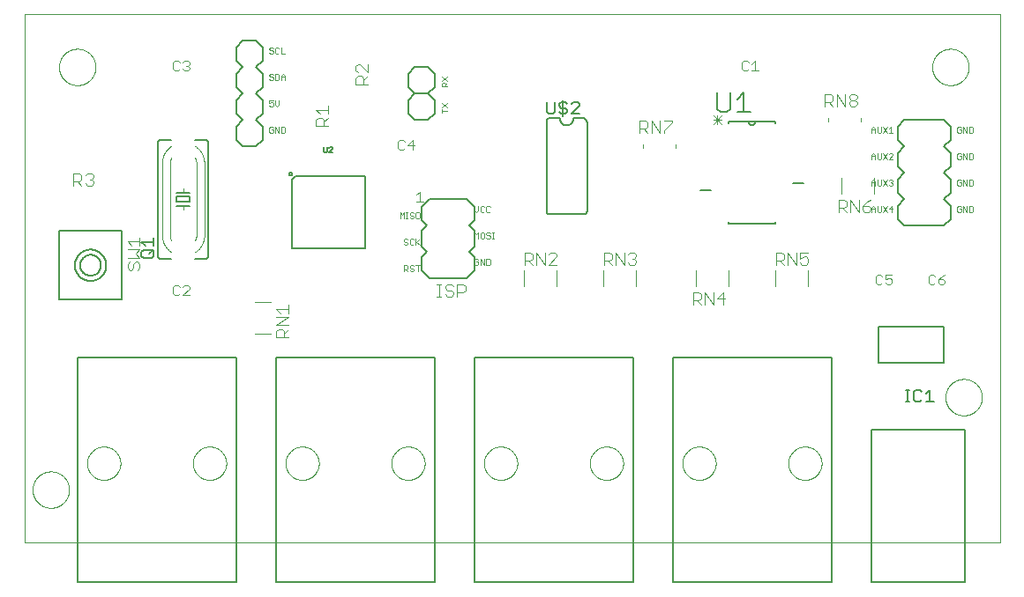
<source format=gto>
G75*
%MOIN*%
%OFA0B0*%
%FSLAX25Y25*%
%IPPOS*%
%LPD*%
%AMOC8*
5,1,8,0,0,1.08239X$1,22.5*
%
%ADD10C,0.00000*%
%ADD11C,0.00200*%
%ADD12C,0.00600*%
%ADD13C,0.00300*%
%ADD14C,0.00800*%
%ADD15C,0.00400*%
%ADD16C,0.00500*%
D10*
X0006300Y0016250D02*
X0006300Y0216211D01*
X0375001Y0216211D01*
X0375001Y0016250D01*
X0006300Y0016250D01*
X0009410Y0036250D02*
X0009412Y0036419D01*
X0009418Y0036588D01*
X0009429Y0036757D01*
X0009443Y0036925D01*
X0009462Y0037093D01*
X0009485Y0037261D01*
X0009511Y0037428D01*
X0009542Y0037594D01*
X0009577Y0037760D01*
X0009616Y0037924D01*
X0009660Y0038088D01*
X0009707Y0038250D01*
X0009758Y0038411D01*
X0009813Y0038571D01*
X0009872Y0038730D01*
X0009934Y0038887D01*
X0010001Y0039042D01*
X0010072Y0039196D01*
X0010146Y0039348D01*
X0010224Y0039498D01*
X0010305Y0039646D01*
X0010390Y0039792D01*
X0010479Y0039936D01*
X0010571Y0040078D01*
X0010667Y0040217D01*
X0010766Y0040354D01*
X0010868Y0040489D01*
X0010974Y0040621D01*
X0011083Y0040750D01*
X0011195Y0040877D01*
X0011310Y0041001D01*
X0011428Y0041122D01*
X0011549Y0041240D01*
X0011673Y0041355D01*
X0011800Y0041467D01*
X0011929Y0041576D01*
X0012061Y0041682D01*
X0012196Y0041784D01*
X0012333Y0041883D01*
X0012472Y0041979D01*
X0012614Y0042071D01*
X0012758Y0042160D01*
X0012904Y0042245D01*
X0013052Y0042326D01*
X0013202Y0042404D01*
X0013354Y0042478D01*
X0013508Y0042549D01*
X0013663Y0042616D01*
X0013820Y0042678D01*
X0013979Y0042737D01*
X0014139Y0042792D01*
X0014300Y0042843D01*
X0014462Y0042890D01*
X0014626Y0042934D01*
X0014790Y0042973D01*
X0014956Y0043008D01*
X0015122Y0043039D01*
X0015289Y0043065D01*
X0015457Y0043088D01*
X0015625Y0043107D01*
X0015793Y0043121D01*
X0015962Y0043132D01*
X0016131Y0043138D01*
X0016300Y0043140D01*
X0016469Y0043138D01*
X0016638Y0043132D01*
X0016807Y0043121D01*
X0016975Y0043107D01*
X0017143Y0043088D01*
X0017311Y0043065D01*
X0017478Y0043039D01*
X0017644Y0043008D01*
X0017810Y0042973D01*
X0017974Y0042934D01*
X0018138Y0042890D01*
X0018300Y0042843D01*
X0018461Y0042792D01*
X0018621Y0042737D01*
X0018780Y0042678D01*
X0018937Y0042616D01*
X0019092Y0042549D01*
X0019246Y0042478D01*
X0019398Y0042404D01*
X0019548Y0042326D01*
X0019696Y0042245D01*
X0019842Y0042160D01*
X0019986Y0042071D01*
X0020128Y0041979D01*
X0020267Y0041883D01*
X0020404Y0041784D01*
X0020539Y0041682D01*
X0020671Y0041576D01*
X0020800Y0041467D01*
X0020927Y0041355D01*
X0021051Y0041240D01*
X0021172Y0041122D01*
X0021290Y0041001D01*
X0021405Y0040877D01*
X0021517Y0040750D01*
X0021626Y0040621D01*
X0021732Y0040489D01*
X0021834Y0040354D01*
X0021933Y0040217D01*
X0022029Y0040078D01*
X0022121Y0039936D01*
X0022210Y0039792D01*
X0022295Y0039646D01*
X0022376Y0039498D01*
X0022454Y0039348D01*
X0022528Y0039196D01*
X0022599Y0039042D01*
X0022666Y0038887D01*
X0022728Y0038730D01*
X0022787Y0038571D01*
X0022842Y0038411D01*
X0022893Y0038250D01*
X0022940Y0038088D01*
X0022984Y0037924D01*
X0023023Y0037760D01*
X0023058Y0037594D01*
X0023089Y0037428D01*
X0023115Y0037261D01*
X0023138Y0037093D01*
X0023157Y0036925D01*
X0023171Y0036757D01*
X0023182Y0036588D01*
X0023188Y0036419D01*
X0023190Y0036250D01*
X0023188Y0036081D01*
X0023182Y0035912D01*
X0023171Y0035743D01*
X0023157Y0035575D01*
X0023138Y0035407D01*
X0023115Y0035239D01*
X0023089Y0035072D01*
X0023058Y0034906D01*
X0023023Y0034740D01*
X0022984Y0034576D01*
X0022940Y0034412D01*
X0022893Y0034250D01*
X0022842Y0034089D01*
X0022787Y0033929D01*
X0022728Y0033770D01*
X0022666Y0033613D01*
X0022599Y0033458D01*
X0022528Y0033304D01*
X0022454Y0033152D01*
X0022376Y0033002D01*
X0022295Y0032854D01*
X0022210Y0032708D01*
X0022121Y0032564D01*
X0022029Y0032422D01*
X0021933Y0032283D01*
X0021834Y0032146D01*
X0021732Y0032011D01*
X0021626Y0031879D01*
X0021517Y0031750D01*
X0021405Y0031623D01*
X0021290Y0031499D01*
X0021172Y0031378D01*
X0021051Y0031260D01*
X0020927Y0031145D01*
X0020800Y0031033D01*
X0020671Y0030924D01*
X0020539Y0030818D01*
X0020404Y0030716D01*
X0020267Y0030617D01*
X0020128Y0030521D01*
X0019986Y0030429D01*
X0019842Y0030340D01*
X0019696Y0030255D01*
X0019548Y0030174D01*
X0019398Y0030096D01*
X0019246Y0030022D01*
X0019092Y0029951D01*
X0018937Y0029884D01*
X0018780Y0029822D01*
X0018621Y0029763D01*
X0018461Y0029708D01*
X0018300Y0029657D01*
X0018138Y0029610D01*
X0017974Y0029566D01*
X0017810Y0029527D01*
X0017644Y0029492D01*
X0017478Y0029461D01*
X0017311Y0029435D01*
X0017143Y0029412D01*
X0016975Y0029393D01*
X0016807Y0029379D01*
X0016638Y0029368D01*
X0016469Y0029362D01*
X0016300Y0029360D01*
X0016131Y0029362D01*
X0015962Y0029368D01*
X0015793Y0029379D01*
X0015625Y0029393D01*
X0015457Y0029412D01*
X0015289Y0029435D01*
X0015122Y0029461D01*
X0014956Y0029492D01*
X0014790Y0029527D01*
X0014626Y0029566D01*
X0014462Y0029610D01*
X0014300Y0029657D01*
X0014139Y0029708D01*
X0013979Y0029763D01*
X0013820Y0029822D01*
X0013663Y0029884D01*
X0013508Y0029951D01*
X0013354Y0030022D01*
X0013202Y0030096D01*
X0013052Y0030174D01*
X0012904Y0030255D01*
X0012758Y0030340D01*
X0012614Y0030429D01*
X0012472Y0030521D01*
X0012333Y0030617D01*
X0012196Y0030716D01*
X0012061Y0030818D01*
X0011929Y0030924D01*
X0011800Y0031033D01*
X0011673Y0031145D01*
X0011549Y0031260D01*
X0011428Y0031378D01*
X0011310Y0031499D01*
X0011195Y0031623D01*
X0011083Y0031750D01*
X0010974Y0031879D01*
X0010868Y0032011D01*
X0010766Y0032146D01*
X0010667Y0032283D01*
X0010571Y0032422D01*
X0010479Y0032564D01*
X0010390Y0032708D01*
X0010305Y0032854D01*
X0010224Y0033002D01*
X0010146Y0033152D01*
X0010072Y0033304D01*
X0010001Y0033458D01*
X0009934Y0033613D01*
X0009872Y0033770D01*
X0009813Y0033929D01*
X0009758Y0034089D01*
X0009707Y0034250D01*
X0009660Y0034412D01*
X0009616Y0034576D01*
X0009577Y0034740D01*
X0009542Y0034906D01*
X0009511Y0035072D01*
X0009485Y0035239D01*
X0009462Y0035407D01*
X0009443Y0035575D01*
X0009429Y0035743D01*
X0009418Y0035912D01*
X0009412Y0036081D01*
X0009410Y0036250D01*
X0030001Y0046250D02*
X0030003Y0046408D01*
X0030009Y0046566D01*
X0030019Y0046724D01*
X0030033Y0046882D01*
X0030051Y0047039D01*
X0030072Y0047196D01*
X0030098Y0047352D01*
X0030128Y0047508D01*
X0030161Y0047663D01*
X0030199Y0047816D01*
X0030240Y0047969D01*
X0030285Y0048121D01*
X0030334Y0048272D01*
X0030387Y0048421D01*
X0030443Y0048569D01*
X0030503Y0048715D01*
X0030567Y0048860D01*
X0030635Y0049003D01*
X0030706Y0049145D01*
X0030780Y0049285D01*
X0030858Y0049422D01*
X0030940Y0049558D01*
X0031024Y0049692D01*
X0031113Y0049823D01*
X0031204Y0049952D01*
X0031299Y0050079D01*
X0031396Y0050204D01*
X0031497Y0050326D01*
X0031601Y0050445D01*
X0031708Y0050562D01*
X0031818Y0050676D01*
X0031931Y0050787D01*
X0032046Y0050896D01*
X0032164Y0051001D01*
X0032285Y0051103D01*
X0032408Y0051203D01*
X0032534Y0051299D01*
X0032662Y0051392D01*
X0032792Y0051482D01*
X0032925Y0051568D01*
X0033060Y0051652D01*
X0033196Y0051731D01*
X0033335Y0051808D01*
X0033476Y0051880D01*
X0033618Y0051950D01*
X0033762Y0052015D01*
X0033908Y0052077D01*
X0034055Y0052135D01*
X0034204Y0052190D01*
X0034354Y0052241D01*
X0034505Y0052288D01*
X0034657Y0052331D01*
X0034810Y0052370D01*
X0034965Y0052406D01*
X0035120Y0052437D01*
X0035276Y0052465D01*
X0035432Y0052489D01*
X0035589Y0052509D01*
X0035747Y0052525D01*
X0035904Y0052537D01*
X0036063Y0052545D01*
X0036221Y0052549D01*
X0036379Y0052549D01*
X0036537Y0052545D01*
X0036696Y0052537D01*
X0036853Y0052525D01*
X0037011Y0052509D01*
X0037168Y0052489D01*
X0037324Y0052465D01*
X0037480Y0052437D01*
X0037635Y0052406D01*
X0037790Y0052370D01*
X0037943Y0052331D01*
X0038095Y0052288D01*
X0038246Y0052241D01*
X0038396Y0052190D01*
X0038545Y0052135D01*
X0038692Y0052077D01*
X0038838Y0052015D01*
X0038982Y0051950D01*
X0039124Y0051880D01*
X0039265Y0051808D01*
X0039404Y0051731D01*
X0039540Y0051652D01*
X0039675Y0051568D01*
X0039808Y0051482D01*
X0039938Y0051392D01*
X0040066Y0051299D01*
X0040192Y0051203D01*
X0040315Y0051103D01*
X0040436Y0051001D01*
X0040554Y0050896D01*
X0040669Y0050787D01*
X0040782Y0050676D01*
X0040892Y0050562D01*
X0040999Y0050445D01*
X0041103Y0050326D01*
X0041204Y0050204D01*
X0041301Y0050079D01*
X0041396Y0049952D01*
X0041487Y0049823D01*
X0041576Y0049692D01*
X0041660Y0049558D01*
X0041742Y0049422D01*
X0041820Y0049285D01*
X0041894Y0049145D01*
X0041965Y0049003D01*
X0042033Y0048860D01*
X0042097Y0048715D01*
X0042157Y0048569D01*
X0042213Y0048421D01*
X0042266Y0048272D01*
X0042315Y0048121D01*
X0042360Y0047969D01*
X0042401Y0047816D01*
X0042439Y0047663D01*
X0042472Y0047508D01*
X0042502Y0047352D01*
X0042528Y0047196D01*
X0042549Y0047039D01*
X0042567Y0046882D01*
X0042581Y0046724D01*
X0042591Y0046566D01*
X0042597Y0046408D01*
X0042599Y0046250D01*
X0042597Y0046092D01*
X0042591Y0045934D01*
X0042581Y0045776D01*
X0042567Y0045618D01*
X0042549Y0045461D01*
X0042528Y0045304D01*
X0042502Y0045148D01*
X0042472Y0044992D01*
X0042439Y0044837D01*
X0042401Y0044684D01*
X0042360Y0044531D01*
X0042315Y0044379D01*
X0042266Y0044228D01*
X0042213Y0044079D01*
X0042157Y0043931D01*
X0042097Y0043785D01*
X0042033Y0043640D01*
X0041965Y0043497D01*
X0041894Y0043355D01*
X0041820Y0043215D01*
X0041742Y0043078D01*
X0041660Y0042942D01*
X0041576Y0042808D01*
X0041487Y0042677D01*
X0041396Y0042548D01*
X0041301Y0042421D01*
X0041204Y0042296D01*
X0041103Y0042174D01*
X0040999Y0042055D01*
X0040892Y0041938D01*
X0040782Y0041824D01*
X0040669Y0041713D01*
X0040554Y0041604D01*
X0040436Y0041499D01*
X0040315Y0041397D01*
X0040192Y0041297D01*
X0040066Y0041201D01*
X0039938Y0041108D01*
X0039808Y0041018D01*
X0039675Y0040932D01*
X0039540Y0040848D01*
X0039404Y0040769D01*
X0039265Y0040692D01*
X0039124Y0040620D01*
X0038982Y0040550D01*
X0038838Y0040485D01*
X0038692Y0040423D01*
X0038545Y0040365D01*
X0038396Y0040310D01*
X0038246Y0040259D01*
X0038095Y0040212D01*
X0037943Y0040169D01*
X0037790Y0040130D01*
X0037635Y0040094D01*
X0037480Y0040063D01*
X0037324Y0040035D01*
X0037168Y0040011D01*
X0037011Y0039991D01*
X0036853Y0039975D01*
X0036696Y0039963D01*
X0036537Y0039955D01*
X0036379Y0039951D01*
X0036221Y0039951D01*
X0036063Y0039955D01*
X0035904Y0039963D01*
X0035747Y0039975D01*
X0035589Y0039991D01*
X0035432Y0040011D01*
X0035276Y0040035D01*
X0035120Y0040063D01*
X0034965Y0040094D01*
X0034810Y0040130D01*
X0034657Y0040169D01*
X0034505Y0040212D01*
X0034354Y0040259D01*
X0034204Y0040310D01*
X0034055Y0040365D01*
X0033908Y0040423D01*
X0033762Y0040485D01*
X0033618Y0040550D01*
X0033476Y0040620D01*
X0033335Y0040692D01*
X0033196Y0040769D01*
X0033060Y0040848D01*
X0032925Y0040932D01*
X0032792Y0041018D01*
X0032662Y0041108D01*
X0032534Y0041201D01*
X0032408Y0041297D01*
X0032285Y0041397D01*
X0032164Y0041499D01*
X0032046Y0041604D01*
X0031931Y0041713D01*
X0031818Y0041824D01*
X0031708Y0041938D01*
X0031601Y0042055D01*
X0031497Y0042174D01*
X0031396Y0042296D01*
X0031299Y0042421D01*
X0031204Y0042548D01*
X0031113Y0042677D01*
X0031024Y0042808D01*
X0030940Y0042942D01*
X0030858Y0043078D01*
X0030780Y0043215D01*
X0030706Y0043355D01*
X0030635Y0043497D01*
X0030567Y0043640D01*
X0030503Y0043785D01*
X0030443Y0043931D01*
X0030387Y0044079D01*
X0030334Y0044228D01*
X0030285Y0044379D01*
X0030240Y0044531D01*
X0030199Y0044684D01*
X0030161Y0044837D01*
X0030128Y0044992D01*
X0030098Y0045148D01*
X0030072Y0045304D01*
X0030051Y0045461D01*
X0030033Y0045618D01*
X0030019Y0045776D01*
X0030009Y0045934D01*
X0030003Y0046092D01*
X0030001Y0046250D01*
X0070001Y0046250D02*
X0070003Y0046408D01*
X0070009Y0046566D01*
X0070019Y0046724D01*
X0070033Y0046882D01*
X0070051Y0047039D01*
X0070072Y0047196D01*
X0070098Y0047352D01*
X0070128Y0047508D01*
X0070161Y0047663D01*
X0070199Y0047816D01*
X0070240Y0047969D01*
X0070285Y0048121D01*
X0070334Y0048272D01*
X0070387Y0048421D01*
X0070443Y0048569D01*
X0070503Y0048715D01*
X0070567Y0048860D01*
X0070635Y0049003D01*
X0070706Y0049145D01*
X0070780Y0049285D01*
X0070858Y0049422D01*
X0070940Y0049558D01*
X0071024Y0049692D01*
X0071113Y0049823D01*
X0071204Y0049952D01*
X0071299Y0050079D01*
X0071396Y0050204D01*
X0071497Y0050326D01*
X0071601Y0050445D01*
X0071708Y0050562D01*
X0071818Y0050676D01*
X0071931Y0050787D01*
X0072046Y0050896D01*
X0072164Y0051001D01*
X0072285Y0051103D01*
X0072408Y0051203D01*
X0072534Y0051299D01*
X0072662Y0051392D01*
X0072792Y0051482D01*
X0072925Y0051568D01*
X0073060Y0051652D01*
X0073196Y0051731D01*
X0073335Y0051808D01*
X0073476Y0051880D01*
X0073618Y0051950D01*
X0073762Y0052015D01*
X0073908Y0052077D01*
X0074055Y0052135D01*
X0074204Y0052190D01*
X0074354Y0052241D01*
X0074505Y0052288D01*
X0074657Y0052331D01*
X0074810Y0052370D01*
X0074965Y0052406D01*
X0075120Y0052437D01*
X0075276Y0052465D01*
X0075432Y0052489D01*
X0075589Y0052509D01*
X0075747Y0052525D01*
X0075904Y0052537D01*
X0076063Y0052545D01*
X0076221Y0052549D01*
X0076379Y0052549D01*
X0076537Y0052545D01*
X0076696Y0052537D01*
X0076853Y0052525D01*
X0077011Y0052509D01*
X0077168Y0052489D01*
X0077324Y0052465D01*
X0077480Y0052437D01*
X0077635Y0052406D01*
X0077790Y0052370D01*
X0077943Y0052331D01*
X0078095Y0052288D01*
X0078246Y0052241D01*
X0078396Y0052190D01*
X0078545Y0052135D01*
X0078692Y0052077D01*
X0078838Y0052015D01*
X0078982Y0051950D01*
X0079124Y0051880D01*
X0079265Y0051808D01*
X0079404Y0051731D01*
X0079540Y0051652D01*
X0079675Y0051568D01*
X0079808Y0051482D01*
X0079938Y0051392D01*
X0080066Y0051299D01*
X0080192Y0051203D01*
X0080315Y0051103D01*
X0080436Y0051001D01*
X0080554Y0050896D01*
X0080669Y0050787D01*
X0080782Y0050676D01*
X0080892Y0050562D01*
X0080999Y0050445D01*
X0081103Y0050326D01*
X0081204Y0050204D01*
X0081301Y0050079D01*
X0081396Y0049952D01*
X0081487Y0049823D01*
X0081576Y0049692D01*
X0081660Y0049558D01*
X0081742Y0049422D01*
X0081820Y0049285D01*
X0081894Y0049145D01*
X0081965Y0049003D01*
X0082033Y0048860D01*
X0082097Y0048715D01*
X0082157Y0048569D01*
X0082213Y0048421D01*
X0082266Y0048272D01*
X0082315Y0048121D01*
X0082360Y0047969D01*
X0082401Y0047816D01*
X0082439Y0047663D01*
X0082472Y0047508D01*
X0082502Y0047352D01*
X0082528Y0047196D01*
X0082549Y0047039D01*
X0082567Y0046882D01*
X0082581Y0046724D01*
X0082591Y0046566D01*
X0082597Y0046408D01*
X0082599Y0046250D01*
X0082597Y0046092D01*
X0082591Y0045934D01*
X0082581Y0045776D01*
X0082567Y0045618D01*
X0082549Y0045461D01*
X0082528Y0045304D01*
X0082502Y0045148D01*
X0082472Y0044992D01*
X0082439Y0044837D01*
X0082401Y0044684D01*
X0082360Y0044531D01*
X0082315Y0044379D01*
X0082266Y0044228D01*
X0082213Y0044079D01*
X0082157Y0043931D01*
X0082097Y0043785D01*
X0082033Y0043640D01*
X0081965Y0043497D01*
X0081894Y0043355D01*
X0081820Y0043215D01*
X0081742Y0043078D01*
X0081660Y0042942D01*
X0081576Y0042808D01*
X0081487Y0042677D01*
X0081396Y0042548D01*
X0081301Y0042421D01*
X0081204Y0042296D01*
X0081103Y0042174D01*
X0080999Y0042055D01*
X0080892Y0041938D01*
X0080782Y0041824D01*
X0080669Y0041713D01*
X0080554Y0041604D01*
X0080436Y0041499D01*
X0080315Y0041397D01*
X0080192Y0041297D01*
X0080066Y0041201D01*
X0079938Y0041108D01*
X0079808Y0041018D01*
X0079675Y0040932D01*
X0079540Y0040848D01*
X0079404Y0040769D01*
X0079265Y0040692D01*
X0079124Y0040620D01*
X0078982Y0040550D01*
X0078838Y0040485D01*
X0078692Y0040423D01*
X0078545Y0040365D01*
X0078396Y0040310D01*
X0078246Y0040259D01*
X0078095Y0040212D01*
X0077943Y0040169D01*
X0077790Y0040130D01*
X0077635Y0040094D01*
X0077480Y0040063D01*
X0077324Y0040035D01*
X0077168Y0040011D01*
X0077011Y0039991D01*
X0076853Y0039975D01*
X0076696Y0039963D01*
X0076537Y0039955D01*
X0076379Y0039951D01*
X0076221Y0039951D01*
X0076063Y0039955D01*
X0075904Y0039963D01*
X0075747Y0039975D01*
X0075589Y0039991D01*
X0075432Y0040011D01*
X0075276Y0040035D01*
X0075120Y0040063D01*
X0074965Y0040094D01*
X0074810Y0040130D01*
X0074657Y0040169D01*
X0074505Y0040212D01*
X0074354Y0040259D01*
X0074204Y0040310D01*
X0074055Y0040365D01*
X0073908Y0040423D01*
X0073762Y0040485D01*
X0073618Y0040550D01*
X0073476Y0040620D01*
X0073335Y0040692D01*
X0073196Y0040769D01*
X0073060Y0040848D01*
X0072925Y0040932D01*
X0072792Y0041018D01*
X0072662Y0041108D01*
X0072534Y0041201D01*
X0072408Y0041297D01*
X0072285Y0041397D01*
X0072164Y0041499D01*
X0072046Y0041604D01*
X0071931Y0041713D01*
X0071818Y0041824D01*
X0071708Y0041938D01*
X0071601Y0042055D01*
X0071497Y0042174D01*
X0071396Y0042296D01*
X0071299Y0042421D01*
X0071204Y0042548D01*
X0071113Y0042677D01*
X0071024Y0042808D01*
X0070940Y0042942D01*
X0070858Y0043078D01*
X0070780Y0043215D01*
X0070706Y0043355D01*
X0070635Y0043497D01*
X0070567Y0043640D01*
X0070503Y0043785D01*
X0070443Y0043931D01*
X0070387Y0044079D01*
X0070334Y0044228D01*
X0070285Y0044379D01*
X0070240Y0044531D01*
X0070199Y0044684D01*
X0070161Y0044837D01*
X0070128Y0044992D01*
X0070098Y0045148D01*
X0070072Y0045304D01*
X0070051Y0045461D01*
X0070033Y0045618D01*
X0070019Y0045776D01*
X0070009Y0045934D01*
X0070003Y0046092D01*
X0070001Y0046250D01*
X0105001Y0046250D02*
X0105003Y0046408D01*
X0105009Y0046566D01*
X0105019Y0046724D01*
X0105033Y0046882D01*
X0105051Y0047039D01*
X0105072Y0047196D01*
X0105098Y0047352D01*
X0105128Y0047508D01*
X0105161Y0047663D01*
X0105199Y0047816D01*
X0105240Y0047969D01*
X0105285Y0048121D01*
X0105334Y0048272D01*
X0105387Y0048421D01*
X0105443Y0048569D01*
X0105503Y0048715D01*
X0105567Y0048860D01*
X0105635Y0049003D01*
X0105706Y0049145D01*
X0105780Y0049285D01*
X0105858Y0049422D01*
X0105940Y0049558D01*
X0106024Y0049692D01*
X0106113Y0049823D01*
X0106204Y0049952D01*
X0106299Y0050079D01*
X0106396Y0050204D01*
X0106497Y0050326D01*
X0106601Y0050445D01*
X0106708Y0050562D01*
X0106818Y0050676D01*
X0106931Y0050787D01*
X0107046Y0050896D01*
X0107164Y0051001D01*
X0107285Y0051103D01*
X0107408Y0051203D01*
X0107534Y0051299D01*
X0107662Y0051392D01*
X0107792Y0051482D01*
X0107925Y0051568D01*
X0108060Y0051652D01*
X0108196Y0051731D01*
X0108335Y0051808D01*
X0108476Y0051880D01*
X0108618Y0051950D01*
X0108762Y0052015D01*
X0108908Y0052077D01*
X0109055Y0052135D01*
X0109204Y0052190D01*
X0109354Y0052241D01*
X0109505Y0052288D01*
X0109657Y0052331D01*
X0109810Y0052370D01*
X0109965Y0052406D01*
X0110120Y0052437D01*
X0110276Y0052465D01*
X0110432Y0052489D01*
X0110589Y0052509D01*
X0110747Y0052525D01*
X0110904Y0052537D01*
X0111063Y0052545D01*
X0111221Y0052549D01*
X0111379Y0052549D01*
X0111537Y0052545D01*
X0111696Y0052537D01*
X0111853Y0052525D01*
X0112011Y0052509D01*
X0112168Y0052489D01*
X0112324Y0052465D01*
X0112480Y0052437D01*
X0112635Y0052406D01*
X0112790Y0052370D01*
X0112943Y0052331D01*
X0113095Y0052288D01*
X0113246Y0052241D01*
X0113396Y0052190D01*
X0113545Y0052135D01*
X0113692Y0052077D01*
X0113838Y0052015D01*
X0113982Y0051950D01*
X0114124Y0051880D01*
X0114265Y0051808D01*
X0114404Y0051731D01*
X0114540Y0051652D01*
X0114675Y0051568D01*
X0114808Y0051482D01*
X0114938Y0051392D01*
X0115066Y0051299D01*
X0115192Y0051203D01*
X0115315Y0051103D01*
X0115436Y0051001D01*
X0115554Y0050896D01*
X0115669Y0050787D01*
X0115782Y0050676D01*
X0115892Y0050562D01*
X0115999Y0050445D01*
X0116103Y0050326D01*
X0116204Y0050204D01*
X0116301Y0050079D01*
X0116396Y0049952D01*
X0116487Y0049823D01*
X0116576Y0049692D01*
X0116660Y0049558D01*
X0116742Y0049422D01*
X0116820Y0049285D01*
X0116894Y0049145D01*
X0116965Y0049003D01*
X0117033Y0048860D01*
X0117097Y0048715D01*
X0117157Y0048569D01*
X0117213Y0048421D01*
X0117266Y0048272D01*
X0117315Y0048121D01*
X0117360Y0047969D01*
X0117401Y0047816D01*
X0117439Y0047663D01*
X0117472Y0047508D01*
X0117502Y0047352D01*
X0117528Y0047196D01*
X0117549Y0047039D01*
X0117567Y0046882D01*
X0117581Y0046724D01*
X0117591Y0046566D01*
X0117597Y0046408D01*
X0117599Y0046250D01*
X0117597Y0046092D01*
X0117591Y0045934D01*
X0117581Y0045776D01*
X0117567Y0045618D01*
X0117549Y0045461D01*
X0117528Y0045304D01*
X0117502Y0045148D01*
X0117472Y0044992D01*
X0117439Y0044837D01*
X0117401Y0044684D01*
X0117360Y0044531D01*
X0117315Y0044379D01*
X0117266Y0044228D01*
X0117213Y0044079D01*
X0117157Y0043931D01*
X0117097Y0043785D01*
X0117033Y0043640D01*
X0116965Y0043497D01*
X0116894Y0043355D01*
X0116820Y0043215D01*
X0116742Y0043078D01*
X0116660Y0042942D01*
X0116576Y0042808D01*
X0116487Y0042677D01*
X0116396Y0042548D01*
X0116301Y0042421D01*
X0116204Y0042296D01*
X0116103Y0042174D01*
X0115999Y0042055D01*
X0115892Y0041938D01*
X0115782Y0041824D01*
X0115669Y0041713D01*
X0115554Y0041604D01*
X0115436Y0041499D01*
X0115315Y0041397D01*
X0115192Y0041297D01*
X0115066Y0041201D01*
X0114938Y0041108D01*
X0114808Y0041018D01*
X0114675Y0040932D01*
X0114540Y0040848D01*
X0114404Y0040769D01*
X0114265Y0040692D01*
X0114124Y0040620D01*
X0113982Y0040550D01*
X0113838Y0040485D01*
X0113692Y0040423D01*
X0113545Y0040365D01*
X0113396Y0040310D01*
X0113246Y0040259D01*
X0113095Y0040212D01*
X0112943Y0040169D01*
X0112790Y0040130D01*
X0112635Y0040094D01*
X0112480Y0040063D01*
X0112324Y0040035D01*
X0112168Y0040011D01*
X0112011Y0039991D01*
X0111853Y0039975D01*
X0111696Y0039963D01*
X0111537Y0039955D01*
X0111379Y0039951D01*
X0111221Y0039951D01*
X0111063Y0039955D01*
X0110904Y0039963D01*
X0110747Y0039975D01*
X0110589Y0039991D01*
X0110432Y0040011D01*
X0110276Y0040035D01*
X0110120Y0040063D01*
X0109965Y0040094D01*
X0109810Y0040130D01*
X0109657Y0040169D01*
X0109505Y0040212D01*
X0109354Y0040259D01*
X0109204Y0040310D01*
X0109055Y0040365D01*
X0108908Y0040423D01*
X0108762Y0040485D01*
X0108618Y0040550D01*
X0108476Y0040620D01*
X0108335Y0040692D01*
X0108196Y0040769D01*
X0108060Y0040848D01*
X0107925Y0040932D01*
X0107792Y0041018D01*
X0107662Y0041108D01*
X0107534Y0041201D01*
X0107408Y0041297D01*
X0107285Y0041397D01*
X0107164Y0041499D01*
X0107046Y0041604D01*
X0106931Y0041713D01*
X0106818Y0041824D01*
X0106708Y0041938D01*
X0106601Y0042055D01*
X0106497Y0042174D01*
X0106396Y0042296D01*
X0106299Y0042421D01*
X0106204Y0042548D01*
X0106113Y0042677D01*
X0106024Y0042808D01*
X0105940Y0042942D01*
X0105858Y0043078D01*
X0105780Y0043215D01*
X0105706Y0043355D01*
X0105635Y0043497D01*
X0105567Y0043640D01*
X0105503Y0043785D01*
X0105443Y0043931D01*
X0105387Y0044079D01*
X0105334Y0044228D01*
X0105285Y0044379D01*
X0105240Y0044531D01*
X0105199Y0044684D01*
X0105161Y0044837D01*
X0105128Y0044992D01*
X0105098Y0045148D01*
X0105072Y0045304D01*
X0105051Y0045461D01*
X0105033Y0045618D01*
X0105019Y0045776D01*
X0105009Y0045934D01*
X0105003Y0046092D01*
X0105001Y0046250D01*
X0145001Y0046250D02*
X0145003Y0046408D01*
X0145009Y0046566D01*
X0145019Y0046724D01*
X0145033Y0046882D01*
X0145051Y0047039D01*
X0145072Y0047196D01*
X0145098Y0047352D01*
X0145128Y0047508D01*
X0145161Y0047663D01*
X0145199Y0047816D01*
X0145240Y0047969D01*
X0145285Y0048121D01*
X0145334Y0048272D01*
X0145387Y0048421D01*
X0145443Y0048569D01*
X0145503Y0048715D01*
X0145567Y0048860D01*
X0145635Y0049003D01*
X0145706Y0049145D01*
X0145780Y0049285D01*
X0145858Y0049422D01*
X0145940Y0049558D01*
X0146024Y0049692D01*
X0146113Y0049823D01*
X0146204Y0049952D01*
X0146299Y0050079D01*
X0146396Y0050204D01*
X0146497Y0050326D01*
X0146601Y0050445D01*
X0146708Y0050562D01*
X0146818Y0050676D01*
X0146931Y0050787D01*
X0147046Y0050896D01*
X0147164Y0051001D01*
X0147285Y0051103D01*
X0147408Y0051203D01*
X0147534Y0051299D01*
X0147662Y0051392D01*
X0147792Y0051482D01*
X0147925Y0051568D01*
X0148060Y0051652D01*
X0148196Y0051731D01*
X0148335Y0051808D01*
X0148476Y0051880D01*
X0148618Y0051950D01*
X0148762Y0052015D01*
X0148908Y0052077D01*
X0149055Y0052135D01*
X0149204Y0052190D01*
X0149354Y0052241D01*
X0149505Y0052288D01*
X0149657Y0052331D01*
X0149810Y0052370D01*
X0149965Y0052406D01*
X0150120Y0052437D01*
X0150276Y0052465D01*
X0150432Y0052489D01*
X0150589Y0052509D01*
X0150747Y0052525D01*
X0150904Y0052537D01*
X0151063Y0052545D01*
X0151221Y0052549D01*
X0151379Y0052549D01*
X0151537Y0052545D01*
X0151696Y0052537D01*
X0151853Y0052525D01*
X0152011Y0052509D01*
X0152168Y0052489D01*
X0152324Y0052465D01*
X0152480Y0052437D01*
X0152635Y0052406D01*
X0152790Y0052370D01*
X0152943Y0052331D01*
X0153095Y0052288D01*
X0153246Y0052241D01*
X0153396Y0052190D01*
X0153545Y0052135D01*
X0153692Y0052077D01*
X0153838Y0052015D01*
X0153982Y0051950D01*
X0154124Y0051880D01*
X0154265Y0051808D01*
X0154404Y0051731D01*
X0154540Y0051652D01*
X0154675Y0051568D01*
X0154808Y0051482D01*
X0154938Y0051392D01*
X0155066Y0051299D01*
X0155192Y0051203D01*
X0155315Y0051103D01*
X0155436Y0051001D01*
X0155554Y0050896D01*
X0155669Y0050787D01*
X0155782Y0050676D01*
X0155892Y0050562D01*
X0155999Y0050445D01*
X0156103Y0050326D01*
X0156204Y0050204D01*
X0156301Y0050079D01*
X0156396Y0049952D01*
X0156487Y0049823D01*
X0156576Y0049692D01*
X0156660Y0049558D01*
X0156742Y0049422D01*
X0156820Y0049285D01*
X0156894Y0049145D01*
X0156965Y0049003D01*
X0157033Y0048860D01*
X0157097Y0048715D01*
X0157157Y0048569D01*
X0157213Y0048421D01*
X0157266Y0048272D01*
X0157315Y0048121D01*
X0157360Y0047969D01*
X0157401Y0047816D01*
X0157439Y0047663D01*
X0157472Y0047508D01*
X0157502Y0047352D01*
X0157528Y0047196D01*
X0157549Y0047039D01*
X0157567Y0046882D01*
X0157581Y0046724D01*
X0157591Y0046566D01*
X0157597Y0046408D01*
X0157599Y0046250D01*
X0157597Y0046092D01*
X0157591Y0045934D01*
X0157581Y0045776D01*
X0157567Y0045618D01*
X0157549Y0045461D01*
X0157528Y0045304D01*
X0157502Y0045148D01*
X0157472Y0044992D01*
X0157439Y0044837D01*
X0157401Y0044684D01*
X0157360Y0044531D01*
X0157315Y0044379D01*
X0157266Y0044228D01*
X0157213Y0044079D01*
X0157157Y0043931D01*
X0157097Y0043785D01*
X0157033Y0043640D01*
X0156965Y0043497D01*
X0156894Y0043355D01*
X0156820Y0043215D01*
X0156742Y0043078D01*
X0156660Y0042942D01*
X0156576Y0042808D01*
X0156487Y0042677D01*
X0156396Y0042548D01*
X0156301Y0042421D01*
X0156204Y0042296D01*
X0156103Y0042174D01*
X0155999Y0042055D01*
X0155892Y0041938D01*
X0155782Y0041824D01*
X0155669Y0041713D01*
X0155554Y0041604D01*
X0155436Y0041499D01*
X0155315Y0041397D01*
X0155192Y0041297D01*
X0155066Y0041201D01*
X0154938Y0041108D01*
X0154808Y0041018D01*
X0154675Y0040932D01*
X0154540Y0040848D01*
X0154404Y0040769D01*
X0154265Y0040692D01*
X0154124Y0040620D01*
X0153982Y0040550D01*
X0153838Y0040485D01*
X0153692Y0040423D01*
X0153545Y0040365D01*
X0153396Y0040310D01*
X0153246Y0040259D01*
X0153095Y0040212D01*
X0152943Y0040169D01*
X0152790Y0040130D01*
X0152635Y0040094D01*
X0152480Y0040063D01*
X0152324Y0040035D01*
X0152168Y0040011D01*
X0152011Y0039991D01*
X0151853Y0039975D01*
X0151696Y0039963D01*
X0151537Y0039955D01*
X0151379Y0039951D01*
X0151221Y0039951D01*
X0151063Y0039955D01*
X0150904Y0039963D01*
X0150747Y0039975D01*
X0150589Y0039991D01*
X0150432Y0040011D01*
X0150276Y0040035D01*
X0150120Y0040063D01*
X0149965Y0040094D01*
X0149810Y0040130D01*
X0149657Y0040169D01*
X0149505Y0040212D01*
X0149354Y0040259D01*
X0149204Y0040310D01*
X0149055Y0040365D01*
X0148908Y0040423D01*
X0148762Y0040485D01*
X0148618Y0040550D01*
X0148476Y0040620D01*
X0148335Y0040692D01*
X0148196Y0040769D01*
X0148060Y0040848D01*
X0147925Y0040932D01*
X0147792Y0041018D01*
X0147662Y0041108D01*
X0147534Y0041201D01*
X0147408Y0041297D01*
X0147285Y0041397D01*
X0147164Y0041499D01*
X0147046Y0041604D01*
X0146931Y0041713D01*
X0146818Y0041824D01*
X0146708Y0041938D01*
X0146601Y0042055D01*
X0146497Y0042174D01*
X0146396Y0042296D01*
X0146299Y0042421D01*
X0146204Y0042548D01*
X0146113Y0042677D01*
X0146024Y0042808D01*
X0145940Y0042942D01*
X0145858Y0043078D01*
X0145780Y0043215D01*
X0145706Y0043355D01*
X0145635Y0043497D01*
X0145567Y0043640D01*
X0145503Y0043785D01*
X0145443Y0043931D01*
X0145387Y0044079D01*
X0145334Y0044228D01*
X0145285Y0044379D01*
X0145240Y0044531D01*
X0145199Y0044684D01*
X0145161Y0044837D01*
X0145128Y0044992D01*
X0145098Y0045148D01*
X0145072Y0045304D01*
X0145051Y0045461D01*
X0145033Y0045618D01*
X0145019Y0045776D01*
X0145009Y0045934D01*
X0145003Y0046092D01*
X0145001Y0046250D01*
X0180001Y0046250D02*
X0180003Y0046408D01*
X0180009Y0046566D01*
X0180019Y0046724D01*
X0180033Y0046882D01*
X0180051Y0047039D01*
X0180072Y0047196D01*
X0180098Y0047352D01*
X0180128Y0047508D01*
X0180161Y0047663D01*
X0180199Y0047816D01*
X0180240Y0047969D01*
X0180285Y0048121D01*
X0180334Y0048272D01*
X0180387Y0048421D01*
X0180443Y0048569D01*
X0180503Y0048715D01*
X0180567Y0048860D01*
X0180635Y0049003D01*
X0180706Y0049145D01*
X0180780Y0049285D01*
X0180858Y0049422D01*
X0180940Y0049558D01*
X0181024Y0049692D01*
X0181113Y0049823D01*
X0181204Y0049952D01*
X0181299Y0050079D01*
X0181396Y0050204D01*
X0181497Y0050326D01*
X0181601Y0050445D01*
X0181708Y0050562D01*
X0181818Y0050676D01*
X0181931Y0050787D01*
X0182046Y0050896D01*
X0182164Y0051001D01*
X0182285Y0051103D01*
X0182408Y0051203D01*
X0182534Y0051299D01*
X0182662Y0051392D01*
X0182792Y0051482D01*
X0182925Y0051568D01*
X0183060Y0051652D01*
X0183196Y0051731D01*
X0183335Y0051808D01*
X0183476Y0051880D01*
X0183618Y0051950D01*
X0183762Y0052015D01*
X0183908Y0052077D01*
X0184055Y0052135D01*
X0184204Y0052190D01*
X0184354Y0052241D01*
X0184505Y0052288D01*
X0184657Y0052331D01*
X0184810Y0052370D01*
X0184965Y0052406D01*
X0185120Y0052437D01*
X0185276Y0052465D01*
X0185432Y0052489D01*
X0185589Y0052509D01*
X0185747Y0052525D01*
X0185904Y0052537D01*
X0186063Y0052545D01*
X0186221Y0052549D01*
X0186379Y0052549D01*
X0186537Y0052545D01*
X0186696Y0052537D01*
X0186853Y0052525D01*
X0187011Y0052509D01*
X0187168Y0052489D01*
X0187324Y0052465D01*
X0187480Y0052437D01*
X0187635Y0052406D01*
X0187790Y0052370D01*
X0187943Y0052331D01*
X0188095Y0052288D01*
X0188246Y0052241D01*
X0188396Y0052190D01*
X0188545Y0052135D01*
X0188692Y0052077D01*
X0188838Y0052015D01*
X0188982Y0051950D01*
X0189124Y0051880D01*
X0189265Y0051808D01*
X0189404Y0051731D01*
X0189540Y0051652D01*
X0189675Y0051568D01*
X0189808Y0051482D01*
X0189938Y0051392D01*
X0190066Y0051299D01*
X0190192Y0051203D01*
X0190315Y0051103D01*
X0190436Y0051001D01*
X0190554Y0050896D01*
X0190669Y0050787D01*
X0190782Y0050676D01*
X0190892Y0050562D01*
X0190999Y0050445D01*
X0191103Y0050326D01*
X0191204Y0050204D01*
X0191301Y0050079D01*
X0191396Y0049952D01*
X0191487Y0049823D01*
X0191576Y0049692D01*
X0191660Y0049558D01*
X0191742Y0049422D01*
X0191820Y0049285D01*
X0191894Y0049145D01*
X0191965Y0049003D01*
X0192033Y0048860D01*
X0192097Y0048715D01*
X0192157Y0048569D01*
X0192213Y0048421D01*
X0192266Y0048272D01*
X0192315Y0048121D01*
X0192360Y0047969D01*
X0192401Y0047816D01*
X0192439Y0047663D01*
X0192472Y0047508D01*
X0192502Y0047352D01*
X0192528Y0047196D01*
X0192549Y0047039D01*
X0192567Y0046882D01*
X0192581Y0046724D01*
X0192591Y0046566D01*
X0192597Y0046408D01*
X0192599Y0046250D01*
X0192597Y0046092D01*
X0192591Y0045934D01*
X0192581Y0045776D01*
X0192567Y0045618D01*
X0192549Y0045461D01*
X0192528Y0045304D01*
X0192502Y0045148D01*
X0192472Y0044992D01*
X0192439Y0044837D01*
X0192401Y0044684D01*
X0192360Y0044531D01*
X0192315Y0044379D01*
X0192266Y0044228D01*
X0192213Y0044079D01*
X0192157Y0043931D01*
X0192097Y0043785D01*
X0192033Y0043640D01*
X0191965Y0043497D01*
X0191894Y0043355D01*
X0191820Y0043215D01*
X0191742Y0043078D01*
X0191660Y0042942D01*
X0191576Y0042808D01*
X0191487Y0042677D01*
X0191396Y0042548D01*
X0191301Y0042421D01*
X0191204Y0042296D01*
X0191103Y0042174D01*
X0190999Y0042055D01*
X0190892Y0041938D01*
X0190782Y0041824D01*
X0190669Y0041713D01*
X0190554Y0041604D01*
X0190436Y0041499D01*
X0190315Y0041397D01*
X0190192Y0041297D01*
X0190066Y0041201D01*
X0189938Y0041108D01*
X0189808Y0041018D01*
X0189675Y0040932D01*
X0189540Y0040848D01*
X0189404Y0040769D01*
X0189265Y0040692D01*
X0189124Y0040620D01*
X0188982Y0040550D01*
X0188838Y0040485D01*
X0188692Y0040423D01*
X0188545Y0040365D01*
X0188396Y0040310D01*
X0188246Y0040259D01*
X0188095Y0040212D01*
X0187943Y0040169D01*
X0187790Y0040130D01*
X0187635Y0040094D01*
X0187480Y0040063D01*
X0187324Y0040035D01*
X0187168Y0040011D01*
X0187011Y0039991D01*
X0186853Y0039975D01*
X0186696Y0039963D01*
X0186537Y0039955D01*
X0186379Y0039951D01*
X0186221Y0039951D01*
X0186063Y0039955D01*
X0185904Y0039963D01*
X0185747Y0039975D01*
X0185589Y0039991D01*
X0185432Y0040011D01*
X0185276Y0040035D01*
X0185120Y0040063D01*
X0184965Y0040094D01*
X0184810Y0040130D01*
X0184657Y0040169D01*
X0184505Y0040212D01*
X0184354Y0040259D01*
X0184204Y0040310D01*
X0184055Y0040365D01*
X0183908Y0040423D01*
X0183762Y0040485D01*
X0183618Y0040550D01*
X0183476Y0040620D01*
X0183335Y0040692D01*
X0183196Y0040769D01*
X0183060Y0040848D01*
X0182925Y0040932D01*
X0182792Y0041018D01*
X0182662Y0041108D01*
X0182534Y0041201D01*
X0182408Y0041297D01*
X0182285Y0041397D01*
X0182164Y0041499D01*
X0182046Y0041604D01*
X0181931Y0041713D01*
X0181818Y0041824D01*
X0181708Y0041938D01*
X0181601Y0042055D01*
X0181497Y0042174D01*
X0181396Y0042296D01*
X0181299Y0042421D01*
X0181204Y0042548D01*
X0181113Y0042677D01*
X0181024Y0042808D01*
X0180940Y0042942D01*
X0180858Y0043078D01*
X0180780Y0043215D01*
X0180706Y0043355D01*
X0180635Y0043497D01*
X0180567Y0043640D01*
X0180503Y0043785D01*
X0180443Y0043931D01*
X0180387Y0044079D01*
X0180334Y0044228D01*
X0180285Y0044379D01*
X0180240Y0044531D01*
X0180199Y0044684D01*
X0180161Y0044837D01*
X0180128Y0044992D01*
X0180098Y0045148D01*
X0180072Y0045304D01*
X0180051Y0045461D01*
X0180033Y0045618D01*
X0180019Y0045776D01*
X0180009Y0045934D01*
X0180003Y0046092D01*
X0180001Y0046250D01*
X0220001Y0046250D02*
X0220003Y0046408D01*
X0220009Y0046566D01*
X0220019Y0046724D01*
X0220033Y0046882D01*
X0220051Y0047039D01*
X0220072Y0047196D01*
X0220098Y0047352D01*
X0220128Y0047508D01*
X0220161Y0047663D01*
X0220199Y0047816D01*
X0220240Y0047969D01*
X0220285Y0048121D01*
X0220334Y0048272D01*
X0220387Y0048421D01*
X0220443Y0048569D01*
X0220503Y0048715D01*
X0220567Y0048860D01*
X0220635Y0049003D01*
X0220706Y0049145D01*
X0220780Y0049285D01*
X0220858Y0049422D01*
X0220940Y0049558D01*
X0221024Y0049692D01*
X0221113Y0049823D01*
X0221204Y0049952D01*
X0221299Y0050079D01*
X0221396Y0050204D01*
X0221497Y0050326D01*
X0221601Y0050445D01*
X0221708Y0050562D01*
X0221818Y0050676D01*
X0221931Y0050787D01*
X0222046Y0050896D01*
X0222164Y0051001D01*
X0222285Y0051103D01*
X0222408Y0051203D01*
X0222534Y0051299D01*
X0222662Y0051392D01*
X0222792Y0051482D01*
X0222925Y0051568D01*
X0223060Y0051652D01*
X0223196Y0051731D01*
X0223335Y0051808D01*
X0223476Y0051880D01*
X0223618Y0051950D01*
X0223762Y0052015D01*
X0223908Y0052077D01*
X0224055Y0052135D01*
X0224204Y0052190D01*
X0224354Y0052241D01*
X0224505Y0052288D01*
X0224657Y0052331D01*
X0224810Y0052370D01*
X0224965Y0052406D01*
X0225120Y0052437D01*
X0225276Y0052465D01*
X0225432Y0052489D01*
X0225589Y0052509D01*
X0225747Y0052525D01*
X0225904Y0052537D01*
X0226063Y0052545D01*
X0226221Y0052549D01*
X0226379Y0052549D01*
X0226537Y0052545D01*
X0226696Y0052537D01*
X0226853Y0052525D01*
X0227011Y0052509D01*
X0227168Y0052489D01*
X0227324Y0052465D01*
X0227480Y0052437D01*
X0227635Y0052406D01*
X0227790Y0052370D01*
X0227943Y0052331D01*
X0228095Y0052288D01*
X0228246Y0052241D01*
X0228396Y0052190D01*
X0228545Y0052135D01*
X0228692Y0052077D01*
X0228838Y0052015D01*
X0228982Y0051950D01*
X0229124Y0051880D01*
X0229265Y0051808D01*
X0229404Y0051731D01*
X0229540Y0051652D01*
X0229675Y0051568D01*
X0229808Y0051482D01*
X0229938Y0051392D01*
X0230066Y0051299D01*
X0230192Y0051203D01*
X0230315Y0051103D01*
X0230436Y0051001D01*
X0230554Y0050896D01*
X0230669Y0050787D01*
X0230782Y0050676D01*
X0230892Y0050562D01*
X0230999Y0050445D01*
X0231103Y0050326D01*
X0231204Y0050204D01*
X0231301Y0050079D01*
X0231396Y0049952D01*
X0231487Y0049823D01*
X0231576Y0049692D01*
X0231660Y0049558D01*
X0231742Y0049422D01*
X0231820Y0049285D01*
X0231894Y0049145D01*
X0231965Y0049003D01*
X0232033Y0048860D01*
X0232097Y0048715D01*
X0232157Y0048569D01*
X0232213Y0048421D01*
X0232266Y0048272D01*
X0232315Y0048121D01*
X0232360Y0047969D01*
X0232401Y0047816D01*
X0232439Y0047663D01*
X0232472Y0047508D01*
X0232502Y0047352D01*
X0232528Y0047196D01*
X0232549Y0047039D01*
X0232567Y0046882D01*
X0232581Y0046724D01*
X0232591Y0046566D01*
X0232597Y0046408D01*
X0232599Y0046250D01*
X0232597Y0046092D01*
X0232591Y0045934D01*
X0232581Y0045776D01*
X0232567Y0045618D01*
X0232549Y0045461D01*
X0232528Y0045304D01*
X0232502Y0045148D01*
X0232472Y0044992D01*
X0232439Y0044837D01*
X0232401Y0044684D01*
X0232360Y0044531D01*
X0232315Y0044379D01*
X0232266Y0044228D01*
X0232213Y0044079D01*
X0232157Y0043931D01*
X0232097Y0043785D01*
X0232033Y0043640D01*
X0231965Y0043497D01*
X0231894Y0043355D01*
X0231820Y0043215D01*
X0231742Y0043078D01*
X0231660Y0042942D01*
X0231576Y0042808D01*
X0231487Y0042677D01*
X0231396Y0042548D01*
X0231301Y0042421D01*
X0231204Y0042296D01*
X0231103Y0042174D01*
X0230999Y0042055D01*
X0230892Y0041938D01*
X0230782Y0041824D01*
X0230669Y0041713D01*
X0230554Y0041604D01*
X0230436Y0041499D01*
X0230315Y0041397D01*
X0230192Y0041297D01*
X0230066Y0041201D01*
X0229938Y0041108D01*
X0229808Y0041018D01*
X0229675Y0040932D01*
X0229540Y0040848D01*
X0229404Y0040769D01*
X0229265Y0040692D01*
X0229124Y0040620D01*
X0228982Y0040550D01*
X0228838Y0040485D01*
X0228692Y0040423D01*
X0228545Y0040365D01*
X0228396Y0040310D01*
X0228246Y0040259D01*
X0228095Y0040212D01*
X0227943Y0040169D01*
X0227790Y0040130D01*
X0227635Y0040094D01*
X0227480Y0040063D01*
X0227324Y0040035D01*
X0227168Y0040011D01*
X0227011Y0039991D01*
X0226853Y0039975D01*
X0226696Y0039963D01*
X0226537Y0039955D01*
X0226379Y0039951D01*
X0226221Y0039951D01*
X0226063Y0039955D01*
X0225904Y0039963D01*
X0225747Y0039975D01*
X0225589Y0039991D01*
X0225432Y0040011D01*
X0225276Y0040035D01*
X0225120Y0040063D01*
X0224965Y0040094D01*
X0224810Y0040130D01*
X0224657Y0040169D01*
X0224505Y0040212D01*
X0224354Y0040259D01*
X0224204Y0040310D01*
X0224055Y0040365D01*
X0223908Y0040423D01*
X0223762Y0040485D01*
X0223618Y0040550D01*
X0223476Y0040620D01*
X0223335Y0040692D01*
X0223196Y0040769D01*
X0223060Y0040848D01*
X0222925Y0040932D01*
X0222792Y0041018D01*
X0222662Y0041108D01*
X0222534Y0041201D01*
X0222408Y0041297D01*
X0222285Y0041397D01*
X0222164Y0041499D01*
X0222046Y0041604D01*
X0221931Y0041713D01*
X0221818Y0041824D01*
X0221708Y0041938D01*
X0221601Y0042055D01*
X0221497Y0042174D01*
X0221396Y0042296D01*
X0221299Y0042421D01*
X0221204Y0042548D01*
X0221113Y0042677D01*
X0221024Y0042808D01*
X0220940Y0042942D01*
X0220858Y0043078D01*
X0220780Y0043215D01*
X0220706Y0043355D01*
X0220635Y0043497D01*
X0220567Y0043640D01*
X0220503Y0043785D01*
X0220443Y0043931D01*
X0220387Y0044079D01*
X0220334Y0044228D01*
X0220285Y0044379D01*
X0220240Y0044531D01*
X0220199Y0044684D01*
X0220161Y0044837D01*
X0220128Y0044992D01*
X0220098Y0045148D01*
X0220072Y0045304D01*
X0220051Y0045461D01*
X0220033Y0045618D01*
X0220019Y0045776D01*
X0220009Y0045934D01*
X0220003Y0046092D01*
X0220001Y0046250D01*
X0255001Y0046250D02*
X0255003Y0046408D01*
X0255009Y0046566D01*
X0255019Y0046724D01*
X0255033Y0046882D01*
X0255051Y0047039D01*
X0255072Y0047196D01*
X0255098Y0047352D01*
X0255128Y0047508D01*
X0255161Y0047663D01*
X0255199Y0047816D01*
X0255240Y0047969D01*
X0255285Y0048121D01*
X0255334Y0048272D01*
X0255387Y0048421D01*
X0255443Y0048569D01*
X0255503Y0048715D01*
X0255567Y0048860D01*
X0255635Y0049003D01*
X0255706Y0049145D01*
X0255780Y0049285D01*
X0255858Y0049422D01*
X0255940Y0049558D01*
X0256024Y0049692D01*
X0256113Y0049823D01*
X0256204Y0049952D01*
X0256299Y0050079D01*
X0256396Y0050204D01*
X0256497Y0050326D01*
X0256601Y0050445D01*
X0256708Y0050562D01*
X0256818Y0050676D01*
X0256931Y0050787D01*
X0257046Y0050896D01*
X0257164Y0051001D01*
X0257285Y0051103D01*
X0257408Y0051203D01*
X0257534Y0051299D01*
X0257662Y0051392D01*
X0257792Y0051482D01*
X0257925Y0051568D01*
X0258060Y0051652D01*
X0258196Y0051731D01*
X0258335Y0051808D01*
X0258476Y0051880D01*
X0258618Y0051950D01*
X0258762Y0052015D01*
X0258908Y0052077D01*
X0259055Y0052135D01*
X0259204Y0052190D01*
X0259354Y0052241D01*
X0259505Y0052288D01*
X0259657Y0052331D01*
X0259810Y0052370D01*
X0259965Y0052406D01*
X0260120Y0052437D01*
X0260276Y0052465D01*
X0260432Y0052489D01*
X0260589Y0052509D01*
X0260747Y0052525D01*
X0260904Y0052537D01*
X0261063Y0052545D01*
X0261221Y0052549D01*
X0261379Y0052549D01*
X0261537Y0052545D01*
X0261696Y0052537D01*
X0261853Y0052525D01*
X0262011Y0052509D01*
X0262168Y0052489D01*
X0262324Y0052465D01*
X0262480Y0052437D01*
X0262635Y0052406D01*
X0262790Y0052370D01*
X0262943Y0052331D01*
X0263095Y0052288D01*
X0263246Y0052241D01*
X0263396Y0052190D01*
X0263545Y0052135D01*
X0263692Y0052077D01*
X0263838Y0052015D01*
X0263982Y0051950D01*
X0264124Y0051880D01*
X0264265Y0051808D01*
X0264404Y0051731D01*
X0264540Y0051652D01*
X0264675Y0051568D01*
X0264808Y0051482D01*
X0264938Y0051392D01*
X0265066Y0051299D01*
X0265192Y0051203D01*
X0265315Y0051103D01*
X0265436Y0051001D01*
X0265554Y0050896D01*
X0265669Y0050787D01*
X0265782Y0050676D01*
X0265892Y0050562D01*
X0265999Y0050445D01*
X0266103Y0050326D01*
X0266204Y0050204D01*
X0266301Y0050079D01*
X0266396Y0049952D01*
X0266487Y0049823D01*
X0266576Y0049692D01*
X0266660Y0049558D01*
X0266742Y0049422D01*
X0266820Y0049285D01*
X0266894Y0049145D01*
X0266965Y0049003D01*
X0267033Y0048860D01*
X0267097Y0048715D01*
X0267157Y0048569D01*
X0267213Y0048421D01*
X0267266Y0048272D01*
X0267315Y0048121D01*
X0267360Y0047969D01*
X0267401Y0047816D01*
X0267439Y0047663D01*
X0267472Y0047508D01*
X0267502Y0047352D01*
X0267528Y0047196D01*
X0267549Y0047039D01*
X0267567Y0046882D01*
X0267581Y0046724D01*
X0267591Y0046566D01*
X0267597Y0046408D01*
X0267599Y0046250D01*
X0267597Y0046092D01*
X0267591Y0045934D01*
X0267581Y0045776D01*
X0267567Y0045618D01*
X0267549Y0045461D01*
X0267528Y0045304D01*
X0267502Y0045148D01*
X0267472Y0044992D01*
X0267439Y0044837D01*
X0267401Y0044684D01*
X0267360Y0044531D01*
X0267315Y0044379D01*
X0267266Y0044228D01*
X0267213Y0044079D01*
X0267157Y0043931D01*
X0267097Y0043785D01*
X0267033Y0043640D01*
X0266965Y0043497D01*
X0266894Y0043355D01*
X0266820Y0043215D01*
X0266742Y0043078D01*
X0266660Y0042942D01*
X0266576Y0042808D01*
X0266487Y0042677D01*
X0266396Y0042548D01*
X0266301Y0042421D01*
X0266204Y0042296D01*
X0266103Y0042174D01*
X0265999Y0042055D01*
X0265892Y0041938D01*
X0265782Y0041824D01*
X0265669Y0041713D01*
X0265554Y0041604D01*
X0265436Y0041499D01*
X0265315Y0041397D01*
X0265192Y0041297D01*
X0265066Y0041201D01*
X0264938Y0041108D01*
X0264808Y0041018D01*
X0264675Y0040932D01*
X0264540Y0040848D01*
X0264404Y0040769D01*
X0264265Y0040692D01*
X0264124Y0040620D01*
X0263982Y0040550D01*
X0263838Y0040485D01*
X0263692Y0040423D01*
X0263545Y0040365D01*
X0263396Y0040310D01*
X0263246Y0040259D01*
X0263095Y0040212D01*
X0262943Y0040169D01*
X0262790Y0040130D01*
X0262635Y0040094D01*
X0262480Y0040063D01*
X0262324Y0040035D01*
X0262168Y0040011D01*
X0262011Y0039991D01*
X0261853Y0039975D01*
X0261696Y0039963D01*
X0261537Y0039955D01*
X0261379Y0039951D01*
X0261221Y0039951D01*
X0261063Y0039955D01*
X0260904Y0039963D01*
X0260747Y0039975D01*
X0260589Y0039991D01*
X0260432Y0040011D01*
X0260276Y0040035D01*
X0260120Y0040063D01*
X0259965Y0040094D01*
X0259810Y0040130D01*
X0259657Y0040169D01*
X0259505Y0040212D01*
X0259354Y0040259D01*
X0259204Y0040310D01*
X0259055Y0040365D01*
X0258908Y0040423D01*
X0258762Y0040485D01*
X0258618Y0040550D01*
X0258476Y0040620D01*
X0258335Y0040692D01*
X0258196Y0040769D01*
X0258060Y0040848D01*
X0257925Y0040932D01*
X0257792Y0041018D01*
X0257662Y0041108D01*
X0257534Y0041201D01*
X0257408Y0041297D01*
X0257285Y0041397D01*
X0257164Y0041499D01*
X0257046Y0041604D01*
X0256931Y0041713D01*
X0256818Y0041824D01*
X0256708Y0041938D01*
X0256601Y0042055D01*
X0256497Y0042174D01*
X0256396Y0042296D01*
X0256299Y0042421D01*
X0256204Y0042548D01*
X0256113Y0042677D01*
X0256024Y0042808D01*
X0255940Y0042942D01*
X0255858Y0043078D01*
X0255780Y0043215D01*
X0255706Y0043355D01*
X0255635Y0043497D01*
X0255567Y0043640D01*
X0255503Y0043785D01*
X0255443Y0043931D01*
X0255387Y0044079D01*
X0255334Y0044228D01*
X0255285Y0044379D01*
X0255240Y0044531D01*
X0255199Y0044684D01*
X0255161Y0044837D01*
X0255128Y0044992D01*
X0255098Y0045148D01*
X0255072Y0045304D01*
X0255051Y0045461D01*
X0255033Y0045618D01*
X0255019Y0045776D01*
X0255009Y0045934D01*
X0255003Y0046092D01*
X0255001Y0046250D01*
X0295001Y0046250D02*
X0295003Y0046408D01*
X0295009Y0046566D01*
X0295019Y0046724D01*
X0295033Y0046882D01*
X0295051Y0047039D01*
X0295072Y0047196D01*
X0295098Y0047352D01*
X0295128Y0047508D01*
X0295161Y0047663D01*
X0295199Y0047816D01*
X0295240Y0047969D01*
X0295285Y0048121D01*
X0295334Y0048272D01*
X0295387Y0048421D01*
X0295443Y0048569D01*
X0295503Y0048715D01*
X0295567Y0048860D01*
X0295635Y0049003D01*
X0295706Y0049145D01*
X0295780Y0049285D01*
X0295858Y0049422D01*
X0295940Y0049558D01*
X0296024Y0049692D01*
X0296113Y0049823D01*
X0296204Y0049952D01*
X0296299Y0050079D01*
X0296396Y0050204D01*
X0296497Y0050326D01*
X0296601Y0050445D01*
X0296708Y0050562D01*
X0296818Y0050676D01*
X0296931Y0050787D01*
X0297046Y0050896D01*
X0297164Y0051001D01*
X0297285Y0051103D01*
X0297408Y0051203D01*
X0297534Y0051299D01*
X0297662Y0051392D01*
X0297792Y0051482D01*
X0297925Y0051568D01*
X0298060Y0051652D01*
X0298196Y0051731D01*
X0298335Y0051808D01*
X0298476Y0051880D01*
X0298618Y0051950D01*
X0298762Y0052015D01*
X0298908Y0052077D01*
X0299055Y0052135D01*
X0299204Y0052190D01*
X0299354Y0052241D01*
X0299505Y0052288D01*
X0299657Y0052331D01*
X0299810Y0052370D01*
X0299965Y0052406D01*
X0300120Y0052437D01*
X0300276Y0052465D01*
X0300432Y0052489D01*
X0300589Y0052509D01*
X0300747Y0052525D01*
X0300904Y0052537D01*
X0301063Y0052545D01*
X0301221Y0052549D01*
X0301379Y0052549D01*
X0301537Y0052545D01*
X0301696Y0052537D01*
X0301853Y0052525D01*
X0302011Y0052509D01*
X0302168Y0052489D01*
X0302324Y0052465D01*
X0302480Y0052437D01*
X0302635Y0052406D01*
X0302790Y0052370D01*
X0302943Y0052331D01*
X0303095Y0052288D01*
X0303246Y0052241D01*
X0303396Y0052190D01*
X0303545Y0052135D01*
X0303692Y0052077D01*
X0303838Y0052015D01*
X0303982Y0051950D01*
X0304124Y0051880D01*
X0304265Y0051808D01*
X0304404Y0051731D01*
X0304540Y0051652D01*
X0304675Y0051568D01*
X0304808Y0051482D01*
X0304938Y0051392D01*
X0305066Y0051299D01*
X0305192Y0051203D01*
X0305315Y0051103D01*
X0305436Y0051001D01*
X0305554Y0050896D01*
X0305669Y0050787D01*
X0305782Y0050676D01*
X0305892Y0050562D01*
X0305999Y0050445D01*
X0306103Y0050326D01*
X0306204Y0050204D01*
X0306301Y0050079D01*
X0306396Y0049952D01*
X0306487Y0049823D01*
X0306576Y0049692D01*
X0306660Y0049558D01*
X0306742Y0049422D01*
X0306820Y0049285D01*
X0306894Y0049145D01*
X0306965Y0049003D01*
X0307033Y0048860D01*
X0307097Y0048715D01*
X0307157Y0048569D01*
X0307213Y0048421D01*
X0307266Y0048272D01*
X0307315Y0048121D01*
X0307360Y0047969D01*
X0307401Y0047816D01*
X0307439Y0047663D01*
X0307472Y0047508D01*
X0307502Y0047352D01*
X0307528Y0047196D01*
X0307549Y0047039D01*
X0307567Y0046882D01*
X0307581Y0046724D01*
X0307591Y0046566D01*
X0307597Y0046408D01*
X0307599Y0046250D01*
X0307597Y0046092D01*
X0307591Y0045934D01*
X0307581Y0045776D01*
X0307567Y0045618D01*
X0307549Y0045461D01*
X0307528Y0045304D01*
X0307502Y0045148D01*
X0307472Y0044992D01*
X0307439Y0044837D01*
X0307401Y0044684D01*
X0307360Y0044531D01*
X0307315Y0044379D01*
X0307266Y0044228D01*
X0307213Y0044079D01*
X0307157Y0043931D01*
X0307097Y0043785D01*
X0307033Y0043640D01*
X0306965Y0043497D01*
X0306894Y0043355D01*
X0306820Y0043215D01*
X0306742Y0043078D01*
X0306660Y0042942D01*
X0306576Y0042808D01*
X0306487Y0042677D01*
X0306396Y0042548D01*
X0306301Y0042421D01*
X0306204Y0042296D01*
X0306103Y0042174D01*
X0305999Y0042055D01*
X0305892Y0041938D01*
X0305782Y0041824D01*
X0305669Y0041713D01*
X0305554Y0041604D01*
X0305436Y0041499D01*
X0305315Y0041397D01*
X0305192Y0041297D01*
X0305066Y0041201D01*
X0304938Y0041108D01*
X0304808Y0041018D01*
X0304675Y0040932D01*
X0304540Y0040848D01*
X0304404Y0040769D01*
X0304265Y0040692D01*
X0304124Y0040620D01*
X0303982Y0040550D01*
X0303838Y0040485D01*
X0303692Y0040423D01*
X0303545Y0040365D01*
X0303396Y0040310D01*
X0303246Y0040259D01*
X0303095Y0040212D01*
X0302943Y0040169D01*
X0302790Y0040130D01*
X0302635Y0040094D01*
X0302480Y0040063D01*
X0302324Y0040035D01*
X0302168Y0040011D01*
X0302011Y0039991D01*
X0301853Y0039975D01*
X0301696Y0039963D01*
X0301537Y0039955D01*
X0301379Y0039951D01*
X0301221Y0039951D01*
X0301063Y0039955D01*
X0300904Y0039963D01*
X0300747Y0039975D01*
X0300589Y0039991D01*
X0300432Y0040011D01*
X0300276Y0040035D01*
X0300120Y0040063D01*
X0299965Y0040094D01*
X0299810Y0040130D01*
X0299657Y0040169D01*
X0299505Y0040212D01*
X0299354Y0040259D01*
X0299204Y0040310D01*
X0299055Y0040365D01*
X0298908Y0040423D01*
X0298762Y0040485D01*
X0298618Y0040550D01*
X0298476Y0040620D01*
X0298335Y0040692D01*
X0298196Y0040769D01*
X0298060Y0040848D01*
X0297925Y0040932D01*
X0297792Y0041018D01*
X0297662Y0041108D01*
X0297534Y0041201D01*
X0297408Y0041297D01*
X0297285Y0041397D01*
X0297164Y0041499D01*
X0297046Y0041604D01*
X0296931Y0041713D01*
X0296818Y0041824D01*
X0296708Y0041938D01*
X0296601Y0042055D01*
X0296497Y0042174D01*
X0296396Y0042296D01*
X0296299Y0042421D01*
X0296204Y0042548D01*
X0296113Y0042677D01*
X0296024Y0042808D01*
X0295940Y0042942D01*
X0295858Y0043078D01*
X0295780Y0043215D01*
X0295706Y0043355D01*
X0295635Y0043497D01*
X0295567Y0043640D01*
X0295503Y0043785D01*
X0295443Y0043931D01*
X0295387Y0044079D01*
X0295334Y0044228D01*
X0295285Y0044379D01*
X0295240Y0044531D01*
X0295199Y0044684D01*
X0295161Y0044837D01*
X0295128Y0044992D01*
X0295098Y0045148D01*
X0295072Y0045304D01*
X0295051Y0045461D01*
X0295033Y0045618D01*
X0295019Y0045776D01*
X0295009Y0045934D01*
X0295003Y0046092D01*
X0295001Y0046250D01*
X0354410Y0071250D02*
X0354412Y0071419D01*
X0354418Y0071588D01*
X0354429Y0071757D01*
X0354443Y0071925D01*
X0354462Y0072093D01*
X0354485Y0072261D01*
X0354511Y0072428D01*
X0354542Y0072594D01*
X0354577Y0072760D01*
X0354616Y0072924D01*
X0354660Y0073088D01*
X0354707Y0073250D01*
X0354758Y0073411D01*
X0354813Y0073571D01*
X0354872Y0073730D01*
X0354934Y0073887D01*
X0355001Y0074042D01*
X0355072Y0074196D01*
X0355146Y0074348D01*
X0355224Y0074498D01*
X0355305Y0074646D01*
X0355390Y0074792D01*
X0355479Y0074936D01*
X0355571Y0075078D01*
X0355667Y0075217D01*
X0355766Y0075354D01*
X0355868Y0075489D01*
X0355974Y0075621D01*
X0356083Y0075750D01*
X0356195Y0075877D01*
X0356310Y0076001D01*
X0356428Y0076122D01*
X0356549Y0076240D01*
X0356673Y0076355D01*
X0356800Y0076467D01*
X0356929Y0076576D01*
X0357061Y0076682D01*
X0357196Y0076784D01*
X0357333Y0076883D01*
X0357472Y0076979D01*
X0357614Y0077071D01*
X0357758Y0077160D01*
X0357904Y0077245D01*
X0358052Y0077326D01*
X0358202Y0077404D01*
X0358354Y0077478D01*
X0358508Y0077549D01*
X0358663Y0077616D01*
X0358820Y0077678D01*
X0358979Y0077737D01*
X0359139Y0077792D01*
X0359300Y0077843D01*
X0359462Y0077890D01*
X0359626Y0077934D01*
X0359790Y0077973D01*
X0359956Y0078008D01*
X0360122Y0078039D01*
X0360289Y0078065D01*
X0360457Y0078088D01*
X0360625Y0078107D01*
X0360793Y0078121D01*
X0360962Y0078132D01*
X0361131Y0078138D01*
X0361300Y0078140D01*
X0361469Y0078138D01*
X0361638Y0078132D01*
X0361807Y0078121D01*
X0361975Y0078107D01*
X0362143Y0078088D01*
X0362311Y0078065D01*
X0362478Y0078039D01*
X0362644Y0078008D01*
X0362810Y0077973D01*
X0362974Y0077934D01*
X0363138Y0077890D01*
X0363300Y0077843D01*
X0363461Y0077792D01*
X0363621Y0077737D01*
X0363780Y0077678D01*
X0363937Y0077616D01*
X0364092Y0077549D01*
X0364246Y0077478D01*
X0364398Y0077404D01*
X0364548Y0077326D01*
X0364696Y0077245D01*
X0364842Y0077160D01*
X0364986Y0077071D01*
X0365128Y0076979D01*
X0365267Y0076883D01*
X0365404Y0076784D01*
X0365539Y0076682D01*
X0365671Y0076576D01*
X0365800Y0076467D01*
X0365927Y0076355D01*
X0366051Y0076240D01*
X0366172Y0076122D01*
X0366290Y0076001D01*
X0366405Y0075877D01*
X0366517Y0075750D01*
X0366626Y0075621D01*
X0366732Y0075489D01*
X0366834Y0075354D01*
X0366933Y0075217D01*
X0367029Y0075078D01*
X0367121Y0074936D01*
X0367210Y0074792D01*
X0367295Y0074646D01*
X0367376Y0074498D01*
X0367454Y0074348D01*
X0367528Y0074196D01*
X0367599Y0074042D01*
X0367666Y0073887D01*
X0367728Y0073730D01*
X0367787Y0073571D01*
X0367842Y0073411D01*
X0367893Y0073250D01*
X0367940Y0073088D01*
X0367984Y0072924D01*
X0368023Y0072760D01*
X0368058Y0072594D01*
X0368089Y0072428D01*
X0368115Y0072261D01*
X0368138Y0072093D01*
X0368157Y0071925D01*
X0368171Y0071757D01*
X0368182Y0071588D01*
X0368188Y0071419D01*
X0368190Y0071250D01*
X0368188Y0071081D01*
X0368182Y0070912D01*
X0368171Y0070743D01*
X0368157Y0070575D01*
X0368138Y0070407D01*
X0368115Y0070239D01*
X0368089Y0070072D01*
X0368058Y0069906D01*
X0368023Y0069740D01*
X0367984Y0069576D01*
X0367940Y0069412D01*
X0367893Y0069250D01*
X0367842Y0069089D01*
X0367787Y0068929D01*
X0367728Y0068770D01*
X0367666Y0068613D01*
X0367599Y0068458D01*
X0367528Y0068304D01*
X0367454Y0068152D01*
X0367376Y0068002D01*
X0367295Y0067854D01*
X0367210Y0067708D01*
X0367121Y0067564D01*
X0367029Y0067422D01*
X0366933Y0067283D01*
X0366834Y0067146D01*
X0366732Y0067011D01*
X0366626Y0066879D01*
X0366517Y0066750D01*
X0366405Y0066623D01*
X0366290Y0066499D01*
X0366172Y0066378D01*
X0366051Y0066260D01*
X0365927Y0066145D01*
X0365800Y0066033D01*
X0365671Y0065924D01*
X0365539Y0065818D01*
X0365404Y0065716D01*
X0365267Y0065617D01*
X0365128Y0065521D01*
X0364986Y0065429D01*
X0364842Y0065340D01*
X0364696Y0065255D01*
X0364548Y0065174D01*
X0364398Y0065096D01*
X0364246Y0065022D01*
X0364092Y0064951D01*
X0363937Y0064884D01*
X0363780Y0064822D01*
X0363621Y0064763D01*
X0363461Y0064708D01*
X0363300Y0064657D01*
X0363138Y0064610D01*
X0362974Y0064566D01*
X0362810Y0064527D01*
X0362644Y0064492D01*
X0362478Y0064461D01*
X0362311Y0064435D01*
X0362143Y0064412D01*
X0361975Y0064393D01*
X0361807Y0064379D01*
X0361638Y0064368D01*
X0361469Y0064362D01*
X0361300Y0064360D01*
X0361131Y0064362D01*
X0360962Y0064368D01*
X0360793Y0064379D01*
X0360625Y0064393D01*
X0360457Y0064412D01*
X0360289Y0064435D01*
X0360122Y0064461D01*
X0359956Y0064492D01*
X0359790Y0064527D01*
X0359626Y0064566D01*
X0359462Y0064610D01*
X0359300Y0064657D01*
X0359139Y0064708D01*
X0358979Y0064763D01*
X0358820Y0064822D01*
X0358663Y0064884D01*
X0358508Y0064951D01*
X0358354Y0065022D01*
X0358202Y0065096D01*
X0358052Y0065174D01*
X0357904Y0065255D01*
X0357758Y0065340D01*
X0357614Y0065429D01*
X0357472Y0065521D01*
X0357333Y0065617D01*
X0357196Y0065716D01*
X0357061Y0065818D01*
X0356929Y0065924D01*
X0356800Y0066033D01*
X0356673Y0066145D01*
X0356549Y0066260D01*
X0356428Y0066378D01*
X0356310Y0066499D01*
X0356195Y0066623D01*
X0356083Y0066750D01*
X0355974Y0066879D01*
X0355868Y0067011D01*
X0355766Y0067146D01*
X0355667Y0067283D01*
X0355571Y0067422D01*
X0355479Y0067564D01*
X0355390Y0067708D01*
X0355305Y0067854D01*
X0355224Y0068002D01*
X0355146Y0068152D01*
X0355072Y0068304D01*
X0355001Y0068458D01*
X0354934Y0068613D01*
X0354872Y0068770D01*
X0354813Y0068929D01*
X0354758Y0069089D01*
X0354707Y0069250D01*
X0354660Y0069412D01*
X0354616Y0069576D01*
X0354577Y0069740D01*
X0354542Y0069906D01*
X0354511Y0070072D01*
X0354485Y0070239D01*
X0354462Y0070407D01*
X0354443Y0070575D01*
X0354429Y0070743D01*
X0354418Y0070912D01*
X0354412Y0071081D01*
X0354410Y0071250D01*
X0349410Y0196250D02*
X0349412Y0196419D01*
X0349418Y0196588D01*
X0349429Y0196757D01*
X0349443Y0196925D01*
X0349462Y0197093D01*
X0349485Y0197261D01*
X0349511Y0197428D01*
X0349542Y0197594D01*
X0349577Y0197760D01*
X0349616Y0197924D01*
X0349660Y0198088D01*
X0349707Y0198250D01*
X0349758Y0198411D01*
X0349813Y0198571D01*
X0349872Y0198730D01*
X0349934Y0198887D01*
X0350001Y0199042D01*
X0350072Y0199196D01*
X0350146Y0199348D01*
X0350224Y0199498D01*
X0350305Y0199646D01*
X0350390Y0199792D01*
X0350479Y0199936D01*
X0350571Y0200078D01*
X0350667Y0200217D01*
X0350766Y0200354D01*
X0350868Y0200489D01*
X0350974Y0200621D01*
X0351083Y0200750D01*
X0351195Y0200877D01*
X0351310Y0201001D01*
X0351428Y0201122D01*
X0351549Y0201240D01*
X0351673Y0201355D01*
X0351800Y0201467D01*
X0351929Y0201576D01*
X0352061Y0201682D01*
X0352196Y0201784D01*
X0352333Y0201883D01*
X0352472Y0201979D01*
X0352614Y0202071D01*
X0352758Y0202160D01*
X0352904Y0202245D01*
X0353052Y0202326D01*
X0353202Y0202404D01*
X0353354Y0202478D01*
X0353508Y0202549D01*
X0353663Y0202616D01*
X0353820Y0202678D01*
X0353979Y0202737D01*
X0354139Y0202792D01*
X0354300Y0202843D01*
X0354462Y0202890D01*
X0354626Y0202934D01*
X0354790Y0202973D01*
X0354956Y0203008D01*
X0355122Y0203039D01*
X0355289Y0203065D01*
X0355457Y0203088D01*
X0355625Y0203107D01*
X0355793Y0203121D01*
X0355962Y0203132D01*
X0356131Y0203138D01*
X0356300Y0203140D01*
X0356469Y0203138D01*
X0356638Y0203132D01*
X0356807Y0203121D01*
X0356975Y0203107D01*
X0357143Y0203088D01*
X0357311Y0203065D01*
X0357478Y0203039D01*
X0357644Y0203008D01*
X0357810Y0202973D01*
X0357974Y0202934D01*
X0358138Y0202890D01*
X0358300Y0202843D01*
X0358461Y0202792D01*
X0358621Y0202737D01*
X0358780Y0202678D01*
X0358937Y0202616D01*
X0359092Y0202549D01*
X0359246Y0202478D01*
X0359398Y0202404D01*
X0359548Y0202326D01*
X0359696Y0202245D01*
X0359842Y0202160D01*
X0359986Y0202071D01*
X0360128Y0201979D01*
X0360267Y0201883D01*
X0360404Y0201784D01*
X0360539Y0201682D01*
X0360671Y0201576D01*
X0360800Y0201467D01*
X0360927Y0201355D01*
X0361051Y0201240D01*
X0361172Y0201122D01*
X0361290Y0201001D01*
X0361405Y0200877D01*
X0361517Y0200750D01*
X0361626Y0200621D01*
X0361732Y0200489D01*
X0361834Y0200354D01*
X0361933Y0200217D01*
X0362029Y0200078D01*
X0362121Y0199936D01*
X0362210Y0199792D01*
X0362295Y0199646D01*
X0362376Y0199498D01*
X0362454Y0199348D01*
X0362528Y0199196D01*
X0362599Y0199042D01*
X0362666Y0198887D01*
X0362728Y0198730D01*
X0362787Y0198571D01*
X0362842Y0198411D01*
X0362893Y0198250D01*
X0362940Y0198088D01*
X0362984Y0197924D01*
X0363023Y0197760D01*
X0363058Y0197594D01*
X0363089Y0197428D01*
X0363115Y0197261D01*
X0363138Y0197093D01*
X0363157Y0196925D01*
X0363171Y0196757D01*
X0363182Y0196588D01*
X0363188Y0196419D01*
X0363190Y0196250D01*
X0363188Y0196081D01*
X0363182Y0195912D01*
X0363171Y0195743D01*
X0363157Y0195575D01*
X0363138Y0195407D01*
X0363115Y0195239D01*
X0363089Y0195072D01*
X0363058Y0194906D01*
X0363023Y0194740D01*
X0362984Y0194576D01*
X0362940Y0194412D01*
X0362893Y0194250D01*
X0362842Y0194089D01*
X0362787Y0193929D01*
X0362728Y0193770D01*
X0362666Y0193613D01*
X0362599Y0193458D01*
X0362528Y0193304D01*
X0362454Y0193152D01*
X0362376Y0193002D01*
X0362295Y0192854D01*
X0362210Y0192708D01*
X0362121Y0192564D01*
X0362029Y0192422D01*
X0361933Y0192283D01*
X0361834Y0192146D01*
X0361732Y0192011D01*
X0361626Y0191879D01*
X0361517Y0191750D01*
X0361405Y0191623D01*
X0361290Y0191499D01*
X0361172Y0191378D01*
X0361051Y0191260D01*
X0360927Y0191145D01*
X0360800Y0191033D01*
X0360671Y0190924D01*
X0360539Y0190818D01*
X0360404Y0190716D01*
X0360267Y0190617D01*
X0360128Y0190521D01*
X0359986Y0190429D01*
X0359842Y0190340D01*
X0359696Y0190255D01*
X0359548Y0190174D01*
X0359398Y0190096D01*
X0359246Y0190022D01*
X0359092Y0189951D01*
X0358937Y0189884D01*
X0358780Y0189822D01*
X0358621Y0189763D01*
X0358461Y0189708D01*
X0358300Y0189657D01*
X0358138Y0189610D01*
X0357974Y0189566D01*
X0357810Y0189527D01*
X0357644Y0189492D01*
X0357478Y0189461D01*
X0357311Y0189435D01*
X0357143Y0189412D01*
X0356975Y0189393D01*
X0356807Y0189379D01*
X0356638Y0189368D01*
X0356469Y0189362D01*
X0356300Y0189360D01*
X0356131Y0189362D01*
X0355962Y0189368D01*
X0355793Y0189379D01*
X0355625Y0189393D01*
X0355457Y0189412D01*
X0355289Y0189435D01*
X0355122Y0189461D01*
X0354956Y0189492D01*
X0354790Y0189527D01*
X0354626Y0189566D01*
X0354462Y0189610D01*
X0354300Y0189657D01*
X0354139Y0189708D01*
X0353979Y0189763D01*
X0353820Y0189822D01*
X0353663Y0189884D01*
X0353508Y0189951D01*
X0353354Y0190022D01*
X0353202Y0190096D01*
X0353052Y0190174D01*
X0352904Y0190255D01*
X0352758Y0190340D01*
X0352614Y0190429D01*
X0352472Y0190521D01*
X0352333Y0190617D01*
X0352196Y0190716D01*
X0352061Y0190818D01*
X0351929Y0190924D01*
X0351800Y0191033D01*
X0351673Y0191145D01*
X0351549Y0191260D01*
X0351428Y0191378D01*
X0351310Y0191499D01*
X0351195Y0191623D01*
X0351083Y0191750D01*
X0350974Y0191879D01*
X0350868Y0192011D01*
X0350766Y0192146D01*
X0350667Y0192283D01*
X0350571Y0192422D01*
X0350479Y0192564D01*
X0350390Y0192708D01*
X0350305Y0192854D01*
X0350224Y0193002D01*
X0350146Y0193152D01*
X0350072Y0193304D01*
X0350001Y0193458D01*
X0349934Y0193613D01*
X0349872Y0193770D01*
X0349813Y0193929D01*
X0349758Y0194089D01*
X0349707Y0194250D01*
X0349660Y0194412D01*
X0349616Y0194576D01*
X0349577Y0194740D01*
X0349542Y0194906D01*
X0349511Y0195072D01*
X0349485Y0195239D01*
X0349462Y0195407D01*
X0349443Y0195575D01*
X0349429Y0195743D01*
X0349418Y0195912D01*
X0349412Y0196081D01*
X0349410Y0196250D01*
X0019410Y0196250D02*
X0019412Y0196419D01*
X0019418Y0196588D01*
X0019429Y0196757D01*
X0019443Y0196925D01*
X0019462Y0197093D01*
X0019485Y0197261D01*
X0019511Y0197428D01*
X0019542Y0197594D01*
X0019577Y0197760D01*
X0019616Y0197924D01*
X0019660Y0198088D01*
X0019707Y0198250D01*
X0019758Y0198411D01*
X0019813Y0198571D01*
X0019872Y0198730D01*
X0019934Y0198887D01*
X0020001Y0199042D01*
X0020072Y0199196D01*
X0020146Y0199348D01*
X0020224Y0199498D01*
X0020305Y0199646D01*
X0020390Y0199792D01*
X0020479Y0199936D01*
X0020571Y0200078D01*
X0020667Y0200217D01*
X0020766Y0200354D01*
X0020868Y0200489D01*
X0020974Y0200621D01*
X0021083Y0200750D01*
X0021195Y0200877D01*
X0021310Y0201001D01*
X0021428Y0201122D01*
X0021549Y0201240D01*
X0021673Y0201355D01*
X0021800Y0201467D01*
X0021929Y0201576D01*
X0022061Y0201682D01*
X0022196Y0201784D01*
X0022333Y0201883D01*
X0022472Y0201979D01*
X0022614Y0202071D01*
X0022758Y0202160D01*
X0022904Y0202245D01*
X0023052Y0202326D01*
X0023202Y0202404D01*
X0023354Y0202478D01*
X0023508Y0202549D01*
X0023663Y0202616D01*
X0023820Y0202678D01*
X0023979Y0202737D01*
X0024139Y0202792D01*
X0024300Y0202843D01*
X0024462Y0202890D01*
X0024626Y0202934D01*
X0024790Y0202973D01*
X0024956Y0203008D01*
X0025122Y0203039D01*
X0025289Y0203065D01*
X0025457Y0203088D01*
X0025625Y0203107D01*
X0025793Y0203121D01*
X0025962Y0203132D01*
X0026131Y0203138D01*
X0026300Y0203140D01*
X0026469Y0203138D01*
X0026638Y0203132D01*
X0026807Y0203121D01*
X0026975Y0203107D01*
X0027143Y0203088D01*
X0027311Y0203065D01*
X0027478Y0203039D01*
X0027644Y0203008D01*
X0027810Y0202973D01*
X0027974Y0202934D01*
X0028138Y0202890D01*
X0028300Y0202843D01*
X0028461Y0202792D01*
X0028621Y0202737D01*
X0028780Y0202678D01*
X0028937Y0202616D01*
X0029092Y0202549D01*
X0029246Y0202478D01*
X0029398Y0202404D01*
X0029548Y0202326D01*
X0029696Y0202245D01*
X0029842Y0202160D01*
X0029986Y0202071D01*
X0030128Y0201979D01*
X0030267Y0201883D01*
X0030404Y0201784D01*
X0030539Y0201682D01*
X0030671Y0201576D01*
X0030800Y0201467D01*
X0030927Y0201355D01*
X0031051Y0201240D01*
X0031172Y0201122D01*
X0031290Y0201001D01*
X0031405Y0200877D01*
X0031517Y0200750D01*
X0031626Y0200621D01*
X0031732Y0200489D01*
X0031834Y0200354D01*
X0031933Y0200217D01*
X0032029Y0200078D01*
X0032121Y0199936D01*
X0032210Y0199792D01*
X0032295Y0199646D01*
X0032376Y0199498D01*
X0032454Y0199348D01*
X0032528Y0199196D01*
X0032599Y0199042D01*
X0032666Y0198887D01*
X0032728Y0198730D01*
X0032787Y0198571D01*
X0032842Y0198411D01*
X0032893Y0198250D01*
X0032940Y0198088D01*
X0032984Y0197924D01*
X0033023Y0197760D01*
X0033058Y0197594D01*
X0033089Y0197428D01*
X0033115Y0197261D01*
X0033138Y0197093D01*
X0033157Y0196925D01*
X0033171Y0196757D01*
X0033182Y0196588D01*
X0033188Y0196419D01*
X0033190Y0196250D01*
X0033188Y0196081D01*
X0033182Y0195912D01*
X0033171Y0195743D01*
X0033157Y0195575D01*
X0033138Y0195407D01*
X0033115Y0195239D01*
X0033089Y0195072D01*
X0033058Y0194906D01*
X0033023Y0194740D01*
X0032984Y0194576D01*
X0032940Y0194412D01*
X0032893Y0194250D01*
X0032842Y0194089D01*
X0032787Y0193929D01*
X0032728Y0193770D01*
X0032666Y0193613D01*
X0032599Y0193458D01*
X0032528Y0193304D01*
X0032454Y0193152D01*
X0032376Y0193002D01*
X0032295Y0192854D01*
X0032210Y0192708D01*
X0032121Y0192564D01*
X0032029Y0192422D01*
X0031933Y0192283D01*
X0031834Y0192146D01*
X0031732Y0192011D01*
X0031626Y0191879D01*
X0031517Y0191750D01*
X0031405Y0191623D01*
X0031290Y0191499D01*
X0031172Y0191378D01*
X0031051Y0191260D01*
X0030927Y0191145D01*
X0030800Y0191033D01*
X0030671Y0190924D01*
X0030539Y0190818D01*
X0030404Y0190716D01*
X0030267Y0190617D01*
X0030128Y0190521D01*
X0029986Y0190429D01*
X0029842Y0190340D01*
X0029696Y0190255D01*
X0029548Y0190174D01*
X0029398Y0190096D01*
X0029246Y0190022D01*
X0029092Y0189951D01*
X0028937Y0189884D01*
X0028780Y0189822D01*
X0028621Y0189763D01*
X0028461Y0189708D01*
X0028300Y0189657D01*
X0028138Y0189610D01*
X0027974Y0189566D01*
X0027810Y0189527D01*
X0027644Y0189492D01*
X0027478Y0189461D01*
X0027311Y0189435D01*
X0027143Y0189412D01*
X0026975Y0189393D01*
X0026807Y0189379D01*
X0026638Y0189368D01*
X0026469Y0189362D01*
X0026300Y0189360D01*
X0026131Y0189362D01*
X0025962Y0189368D01*
X0025793Y0189379D01*
X0025625Y0189393D01*
X0025457Y0189412D01*
X0025289Y0189435D01*
X0025122Y0189461D01*
X0024956Y0189492D01*
X0024790Y0189527D01*
X0024626Y0189566D01*
X0024462Y0189610D01*
X0024300Y0189657D01*
X0024139Y0189708D01*
X0023979Y0189763D01*
X0023820Y0189822D01*
X0023663Y0189884D01*
X0023508Y0189951D01*
X0023354Y0190022D01*
X0023202Y0190096D01*
X0023052Y0190174D01*
X0022904Y0190255D01*
X0022758Y0190340D01*
X0022614Y0190429D01*
X0022472Y0190521D01*
X0022333Y0190617D01*
X0022196Y0190716D01*
X0022061Y0190818D01*
X0021929Y0190924D01*
X0021800Y0191033D01*
X0021673Y0191145D01*
X0021549Y0191260D01*
X0021428Y0191378D01*
X0021310Y0191499D01*
X0021195Y0191623D01*
X0021083Y0191750D01*
X0020974Y0191879D01*
X0020868Y0192011D01*
X0020766Y0192146D01*
X0020667Y0192283D01*
X0020571Y0192422D01*
X0020479Y0192564D01*
X0020390Y0192708D01*
X0020305Y0192854D01*
X0020224Y0193002D01*
X0020146Y0193152D01*
X0020072Y0193304D01*
X0020001Y0193458D01*
X0019934Y0193613D01*
X0019872Y0193770D01*
X0019813Y0193929D01*
X0019758Y0194089D01*
X0019707Y0194250D01*
X0019660Y0194412D01*
X0019616Y0194576D01*
X0019577Y0194740D01*
X0019542Y0194906D01*
X0019511Y0195072D01*
X0019485Y0195239D01*
X0019462Y0195407D01*
X0019443Y0195575D01*
X0019429Y0195743D01*
X0019418Y0195912D01*
X0019412Y0196081D01*
X0019410Y0196250D01*
D11*
X0058300Y0159750D02*
X0058300Y0132750D01*
X0061300Y0132750D02*
X0061300Y0159750D01*
X0070800Y0166365D02*
X0070959Y0166253D01*
X0071116Y0166138D01*
X0071270Y0166019D01*
X0071421Y0165896D01*
X0071569Y0165770D01*
X0071714Y0165640D01*
X0071856Y0165506D01*
X0071994Y0165369D01*
X0072129Y0165229D01*
X0072261Y0165086D01*
X0072389Y0164939D01*
X0072513Y0164789D01*
X0072634Y0164637D01*
X0072751Y0164481D01*
X0072864Y0164323D01*
X0072974Y0164162D01*
X0073079Y0163998D01*
X0073180Y0163832D01*
X0073278Y0163663D01*
X0073371Y0163492D01*
X0073460Y0163319D01*
X0073545Y0163144D01*
X0073625Y0162966D01*
X0073701Y0162787D01*
X0073773Y0162606D01*
X0073840Y0162424D01*
X0073903Y0162239D01*
X0073961Y0162054D01*
X0074015Y0161866D01*
X0074064Y0161678D01*
X0074109Y0161489D01*
X0074149Y0161298D01*
X0074184Y0161107D01*
X0074215Y0160914D01*
X0074241Y0160721D01*
X0074262Y0160528D01*
X0074279Y0160334D01*
X0074291Y0160140D01*
X0074298Y0159945D01*
X0074300Y0159750D01*
X0074300Y0132750D01*
X0071300Y0132750D02*
X0071300Y0159750D01*
X0071298Y0159883D01*
X0071293Y0160015D01*
X0071284Y0160147D01*
X0071272Y0160280D01*
X0071256Y0160411D01*
X0071237Y0160543D01*
X0071214Y0160673D01*
X0071188Y0160803D01*
X0071158Y0160933D01*
X0071125Y0161061D01*
X0071089Y0161189D01*
X0071049Y0161315D01*
X0071006Y0161441D01*
X0070959Y0161565D01*
X0070909Y0161688D01*
X0070856Y0161809D01*
X0070800Y0161929D01*
X0061800Y0166364D02*
X0061640Y0166253D01*
X0061484Y0166138D01*
X0061330Y0166019D01*
X0061178Y0165896D01*
X0061030Y0165769D01*
X0060886Y0165639D01*
X0060744Y0165506D01*
X0060605Y0165369D01*
X0060470Y0165229D01*
X0060339Y0165085D01*
X0060211Y0164939D01*
X0060086Y0164789D01*
X0059966Y0164636D01*
X0059849Y0164481D01*
X0059735Y0164322D01*
X0059626Y0164161D01*
X0059521Y0163997D01*
X0059419Y0163831D01*
X0059322Y0163663D01*
X0059229Y0163492D01*
X0059140Y0163318D01*
X0059055Y0163143D01*
X0058975Y0162966D01*
X0058899Y0162787D01*
X0058827Y0162606D01*
X0058760Y0162423D01*
X0058697Y0162239D01*
X0058639Y0162053D01*
X0058585Y0161866D01*
X0058536Y0161677D01*
X0058491Y0161488D01*
X0058451Y0161297D01*
X0058416Y0161106D01*
X0058385Y0160914D01*
X0058359Y0160721D01*
X0058338Y0160527D01*
X0058321Y0160333D01*
X0058309Y0160139D01*
X0058302Y0159944D01*
X0058300Y0159750D01*
X0061300Y0159750D02*
X0061302Y0159883D01*
X0061307Y0160015D01*
X0061316Y0160147D01*
X0061328Y0160280D01*
X0061344Y0160411D01*
X0061363Y0160543D01*
X0061386Y0160673D01*
X0061412Y0160803D01*
X0061442Y0160933D01*
X0061475Y0161061D01*
X0061511Y0161189D01*
X0061551Y0161315D01*
X0061594Y0161441D01*
X0061641Y0161565D01*
X0061691Y0161688D01*
X0061744Y0161809D01*
X0061800Y0161929D01*
X0066300Y0150250D02*
X0066300Y0148750D01*
X0066300Y0143750D02*
X0066300Y0142250D01*
X0058300Y0132750D02*
X0058302Y0132555D01*
X0058309Y0132361D01*
X0058321Y0132166D01*
X0058338Y0131972D01*
X0058359Y0131779D01*
X0058385Y0131586D01*
X0058416Y0131394D01*
X0058451Y0131202D01*
X0058491Y0131012D01*
X0058536Y0130822D01*
X0058585Y0130634D01*
X0058639Y0130447D01*
X0058697Y0130261D01*
X0058760Y0130077D01*
X0058827Y0129894D01*
X0058899Y0129713D01*
X0058975Y0129534D01*
X0059055Y0129357D01*
X0059140Y0129181D01*
X0059229Y0129008D01*
X0059322Y0128837D01*
X0059419Y0128669D01*
X0059521Y0128502D01*
X0059626Y0128339D01*
X0059736Y0128178D01*
X0059849Y0128019D01*
X0059966Y0127864D01*
X0060087Y0127711D01*
X0060211Y0127561D01*
X0060339Y0127415D01*
X0060471Y0127271D01*
X0060606Y0127131D01*
X0060744Y0126994D01*
X0060886Y0126861D01*
X0061031Y0126731D01*
X0061179Y0126604D01*
X0061330Y0126481D01*
X0061484Y0126362D01*
X0061641Y0126247D01*
X0061800Y0126135D01*
X0070800Y0126136D02*
X0070960Y0126247D01*
X0071116Y0126362D01*
X0071270Y0126481D01*
X0071422Y0126604D01*
X0071570Y0126731D01*
X0071714Y0126861D01*
X0071856Y0126994D01*
X0071995Y0127131D01*
X0072130Y0127271D01*
X0072261Y0127415D01*
X0072389Y0127561D01*
X0072514Y0127711D01*
X0072634Y0127864D01*
X0072751Y0128019D01*
X0072865Y0128178D01*
X0072974Y0128339D01*
X0073079Y0128503D01*
X0073181Y0128669D01*
X0073278Y0128837D01*
X0073371Y0129008D01*
X0073460Y0129182D01*
X0073545Y0129357D01*
X0073625Y0129534D01*
X0073701Y0129713D01*
X0073773Y0129894D01*
X0073840Y0130077D01*
X0073903Y0130261D01*
X0073961Y0130447D01*
X0074015Y0130634D01*
X0074064Y0130823D01*
X0074109Y0131012D01*
X0074149Y0131203D01*
X0074184Y0131394D01*
X0074215Y0131586D01*
X0074241Y0131779D01*
X0074262Y0131973D01*
X0074279Y0132167D01*
X0074291Y0132361D01*
X0074298Y0132556D01*
X0074300Y0132750D01*
X0071300Y0132750D02*
X0071298Y0132617D01*
X0071293Y0132485D01*
X0071284Y0132353D01*
X0071272Y0132220D01*
X0071256Y0132089D01*
X0071237Y0131957D01*
X0071214Y0131827D01*
X0071188Y0131697D01*
X0071158Y0131567D01*
X0071125Y0131439D01*
X0071089Y0131311D01*
X0071049Y0131185D01*
X0071006Y0131059D01*
X0070959Y0130935D01*
X0070909Y0130812D01*
X0070856Y0130691D01*
X0070800Y0130571D01*
X0061800Y0130571D02*
X0061744Y0130691D01*
X0061691Y0130812D01*
X0061641Y0130935D01*
X0061594Y0131059D01*
X0061551Y0131185D01*
X0061511Y0131311D01*
X0061475Y0131439D01*
X0061442Y0131567D01*
X0061412Y0131697D01*
X0061386Y0131827D01*
X0061363Y0131957D01*
X0061344Y0132089D01*
X0061328Y0132220D01*
X0061316Y0132353D01*
X0061307Y0132485D01*
X0061302Y0132617D01*
X0061300Y0132750D01*
X0099267Y0171350D02*
X0100001Y0171350D01*
X0100368Y0171717D01*
X0100368Y0172451D01*
X0099634Y0172451D01*
X0100368Y0173185D02*
X0100001Y0173552D01*
X0099267Y0173552D01*
X0098900Y0173185D01*
X0098900Y0171717D01*
X0099267Y0171350D01*
X0101110Y0171350D02*
X0101110Y0173552D01*
X0102578Y0171350D01*
X0102578Y0173552D01*
X0103320Y0173552D02*
X0104421Y0173552D01*
X0104788Y0173185D01*
X0104788Y0171717D01*
X0104421Y0171350D01*
X0103320Y0171350D01*
X0103320Y0173552D01*
X0101844Y0181350D02*
X0102578Y0182084D01*
X0102578Y0183552D01*
X0101110Y0183552D02*
X0101110Y0182084D01*
X0101844Y0181350D01*
X0100368Y0181717D02*
X0100001Y0181350D01*
X0099267Y0181350D01*
X0098900Y0181717D01*
X0098900Y0182451D02*
X0099634Y0182818D01*
X0100001Y0182818D01*
X0100368Y0182451D01*
X0100368Y0181717D01*
X0098900Y0182451D02*
X0098900Y0183552D01*
X0100368Y0183552D01*
X0100001Y0191350D02*
X0099267Y0191350D01*
X0098900Y0191717D01*
X0099267Y0192451D02*
X0100001Y0192451D01*
X0100368Y0192084D01*
X0100368Y0191717D01*
X0100001Y0191350D01*
X0101110Y0191350D02*
X0102211Y0191350D01*
X0102578Y0191717D01*
X0102578Y0193185D01*
X0102211Y0193552D01*
X0101110Y0193552D01*
X0101110Y0191350D01*
X0100368Y0193185D02*
X0100001Y0193552D01*
X0099267Y0193552D01*
X0098900Y0193185D01*
X0098900Y0192818D01*
X0099267Y0192451D01*
X0103320Y0192451D02*
X0104788Y0192451D01*
X0104788Y0192818D02*
X0104788Y0191350D01*
X0104788Y0192818D02*
X0104054Y0193552D01*
X0103320Y0192818D01*
X0103320Y0191350D01*
X0103320Y0201350D02*
X0104788Y0201350D01*
X0103320Y0201350D02*
X0103320Y0203552D01*
X0102578Y0203185D02*
X0102211Y0203552D01*
X0101477Y0203552D01*
X0101110Y0203185D01*
X0101110Y0201717D01*
X0101477Y0201350D01*
X0102211Y0201350D01*
X0102578Y0201717D01*
X0100368Y0201717D02*
X0100001Y0201350D01*
X0099267Y0201350D01*
X0098900Y0201717D01*
X0099267Y0202451D02*
X0100001Y0202451D01*
X0100368Y0202084D01*
X0100368Y0201717D01*
X0099267Y0202451D02*
X0098900Y0202818D01*
X0098900Y0203185D01*
X0099267Y0203552D01*
X0100001Y0203552D01*
X0100368Y0203185D01*
X0163998Y0192528D02*
X0166200Y0191060D01*
X0166200Y0190318D02*
X0165466Y0189584D01*
X0165466Y0189951D02*
X0165466Y0188850D01*
X0166200Y0188850D02*
X0163998Y0188850D01*
X0163998Y0189951D01*
X0164365Y0190318D01*
X0165099Y0190318D01*
X0165466Y0189951D01*
X0163998Y0191060D02*
X0166200Y0192528D01*
X0166200Y0182528D02*
X0163998Y0181060D01*
X0163998Y0180318D02*
X0163998Y0178850D01*
X0163998Y0179584D02*
X0166200Y0179584D01*
X0166200Y0181060D02*
X0163998Y0182528D01*
X0176400Y0143552D02*
X0176400Y0142084D01*
X0177134Y0141350D01*
X0177868Y0142084D01*
X0177868Y0143552D01*
X0178610Y0143185D02*
X0178610Y0141717D01*
X0178977Y0141350D01*
X0179711Y0141350D01*
X0180078Y0141717D01*
X0180820Y0141717D02*
X0181187Y0141350D01*
X0181921Y0141350D01*
X0182288Y0141717D01*
X0182288Y0143185D02*
X0181921Y0143552D01*
X0181187Y0143552D01*
X0180820Y0143185D01*
X0180820Y0141717D01*
X0180078Y0143185D02*
X0179711Y0143552D01*
X0178977Y0143552D01*
X0178610Y0143185D01*
X0178977Y0133552D02*
X0178610Y0133185D01*
X0178610Y0131717D01*
X0178977Y0131350D01*
X0179711Y0131350D01*
X0180078Y0131717D01*
X0180078Y0133185D01*
X0179711Y0133552D01*
X0178977Y0133552D01*
X0177868Y0133552D02*
X0177868Y0131350D01*
X0176400Y0131350D02*
X0176400Y0133552D01*
X0177134Y0132818D01*
X0177868Y0133552D01*
X0180820Y0133185D02*
X0180820Y0132818D01*
X0181187Y0132451D01*
X0181921Y0132451D01*
X0182288Y0132084D01*
X0182288Y0131717D01*
X0181921Y0131350D01*
X0181187Y0131350D01*
X0180820Y0131717D01*
X0180820Y0133185D02*
X0181187Y0133552D01*
X0181921Y0133552D01*
X0182288Y0133185D01*
X0183030Y0133552D02*
X0183764Y0133552D01*
X0183397Y0133552D02*
X0183397Y0131350D01*
X0183030Y0131350D02*
X0183764Y0131350D01*
X0181921Y0123552D02*
X0180820Y0123552D01*
X0180820Y0121350D01*
X0181921Y0121350D01*
X0182288Y0121717D01*
X0182288Y0123185D01*
X0181921Y0123552D01*
X0180078Y0123552D02*
X0180078Y0121350D01*
X0178610Y0123552D01*
X0178610Y0121350D01*
X0177868Y0121717D02*
X0177868Y0122451D01*
X0177134Y0122451D01*
X0177868Y0123185D02*
X0177501Y0123552D01*
X0176767Y0123552D01*
X0176400Y0123185D01*
X0176400Y0121717D01*
X0176767Y0121350D01*
X0177501Y0121350D01*
X0177868Y0121717D01*
X0155658Y0121152D02*
X0154190Y0121152D01*
X0154924Y0121152D02*
X0154924Y0118950D01*
X0153448Y0119317D02*
X0153448Y0119684D01*
X0153081Y0120051D01*
X0152347Y0120051D01*
X0151980Y0120418D01*
X0151980Y0120785D01*
X0152347Y0121152D01*
X0153081Y0121152D01*
X0153448Y0120785D01*
X0153448Y0119317D02*
X0153081Y0118950D01*
X0152347Y0118950D01*
X0151980Y0119317D01*
X0151238Y0118950D02*
X0150504Y0119684D01*
X0150871Y0119684D02*
X0149770Y0119684D01*
X0149770Y0118950D02*
X0149770Y0121152D01*
X0150871Y0121152D01*
X0151238Y0120785D01*
X0151238Y0120051D01*
X0150871Y0119684D01*
X0150871Y0128950D02*
X0150137Y0128950D01*
X0149770Y0129317D01*
X0150137Y0130051D02*
X0150871Y0130051D01*
X0151238Y0129684D01*
X0151238Y0129317D01*
X0150871Y0128950D01*
X0151980Y0129317D02*
X0151980Y0130785D01*
X0152347Y0131152D01*
X0153081Y0131152D01*
X0153448Y0130785D01*
X0154190Y0131152D02*
X0154190Y0128950D01*
X0154190Y0129684D02*
X0155658Y0131152D01*
X0154557Y0130051D02*
X0155658Y0128950D01*
X0153448Y0129317D02*
X0153081Y0128950D01*
X0152347Y0128950D01*
X0151980Y0129317D01*
X0151238Y0130785D02*
X0150871Y0131152D01*
X0150137Y0131152D01*
X0149770Y0130785D01*
X0149770Y0130418D01*
X0150137Y0130051D01*
X0150507Y0138950D02*
X0151241Y0138950D01*
X0150874Y0138950D02*
X0150874Y0141152D01*
X0150507Y0141152D02*
X0151241Y0141152D01*
X0151980Y0140785D02*
X0151980Y0140418D01*
X0152347Y0140051D01*
X0153081Y0140051D01*
X0153448Y0139684D01*
X0153448Y0139317D01*
X0153081Y0138950D01*
X0152347Y0138950D01*
X0151980Y0139317D01*
X0151980Y0140785D02*
X0152347Y0141152D01*
X0153081Y0141152D01*
X0153448Y0140785D01*
X0154190Y0140785D02*
X0154190Y0139317D01*
X0154557Y0138950D01*
X0155291Y0138950D01*
X0155658Y0139317D01*
X0155658Y0140785D01*
X0155291Y0141152D01*
X0154557Y0141152D01*
X0154190Y0140785D01*
X0149765Y0141152D02*
X0149765Y0138950D01*
X0148297Y0138950D02*
X0148297Y0141152D01*
X0149031Y0140418D01*
X0149765Y0141152D01*
X0326400Y0141350D02*
X0326400Y0142818D01*
X0327134Y0143552D01*
X0327868Y0142818D01*
X0327868Y0141350D01*
X0328610Y0141717D02*
X0328977Y0141350D01*
X0329711Y0141350D01*
X0330078Y0141717D01*
X0330078Y0143552D01*
X0330820Y0143552D02*
X0332288Y0141350D01*
X0333030Y0142451D02*
X0334498Y0142451D01*
X0334131Y0143552D02*
X0333030Y0142451D01*
X0332288Y0143552D02*
X0330820Y0141350D01*
X0328610Y0141717D02*
X0328610Y0143552D01*
X0327868Y0142451D02*
X0326400Y0142451D01*
X0334131Y0141350D02*
X0334131Y0143552D01*
X0334131Y0151350D02*
X0333397Y0151350D01*
X0333030Y0151717D01*
X0332288Y0151350D02*
X0330820Y0153552D01*
X0330078Y0153552D02*
X0330078Y0151717D01*
X0329711Y0151350D01*
X0328977Y0151350D01*
X0328610Y0151717D01*
X0328610Y0153552D01*
X0327868Y0152818D02*
X0327868Y0151350D01*
X0327868Y0152451D02*
X0326400Y0152451D01*
X0326400Y0152818D02*
X0327134Y0153552D01*
X0327868Y0152818D01*
X0326400Y0152818D02*
X0326400Y0151350D01*
X0330820Y0151350D02*
X0332288Y0153552D01*
X0333030Y0153185D02*
X0333397Y0153552D01*
X0334131Y0153552D01*
X0334498Y0153185D01*
X0334498Y0152818D01*
X0334131Y0152451D01*
X0334498Y0152084D01*
X0334498Y0151717D01*
X0334131Y0151350D01*
X0334131Y0152451D02*
X0333764Y0152451D01*
X0334498Y0161350D02*
X0333030Y0161350D01*
X0334498Y0162818D01*
X0334498Y0163185D01*
X0334131Y0163552D01*
X0333397Y0163552D01*
X0333030Y0163185D01*
X0332288Y0163552D02*
X0330820Y0161350D01*
X0330078Y0161717D02*
X0330078Y0163552D01*
X0330820Y0163552D02*
X0332288Y0161350D01*
X0330078Y0161717D02*
X0329711Y0161350D01*
X0328977Y0161350D01*
X0328610Y0161717D01*
X0328610Y0163552D01*
X0327868Y0162818D02*
X0327868Y0161350D01*
X0327868Y0162451D02*
X0326400Y0162451D01*
X0326400Y0162818D02*
X0327134Y0163552D01*
X0327868Y0162818D01*
X0326400Y0162818D02*
X0326400Y0161350D01*
X0326400Y0171350D02*
X0326400Y0172818D01*
X0327134Y0173552D01*
X0327868Y0172818D01*
X0327868Y0171350D01*
X0328610Y0171717D02*
X0328610Y0173552D01*
X0327868Y0172451D02*
X0326400Y0172451D01*
X0328610Y0171717D02*
X0328977Y0171350D01*
X0329711Y0171350D01*
X0330078Y0171717D01*
X0330078Y0173552D01*
X0330820Y0173552D02*
X0332288Y0171350D01*
X0333030Y0171350D02*
X0334498Y0171350D01*
X0333764Y0171350D02*
X0333764Y0173552D01*
X0333030Y0172818D01*
X0332288Y0173552D02*
X0330820Y0171350D01*
X0358900Y0171717D02*
X0359267Y0171350D01*
X0360001Y0171350D01*
X0360368Y0171717D01*
X0360368Y0172451D01*
X0359634Y0172451D01*
X0360368Y0173185D02*
X0360001Y0173552D01*
X0359267Y0173552D01*
X0358900Y0173185D01*
X0358900Y0171717D01*
X0361110Y0171350D02*
X0361110Y0173552D01*
X0362578Y0171350D01*
X0362578Y0173552D01*
X0363320Y0173552D02*
X0364421Y0173552D01*
X0364788Y0173185D01*
X0364788Y0171717D01*
X0364421Y0171350D01*
X0363320Y0171350D01*
X0363320Y0173552D01*
X0363320Y0163552D02*
X0364421Y0163552D01*
X0364788Y0163185D01*
X0364788Y0161717D01*
X0364421Y0161350D01*
X0363320Y0161350D01*
X0363320Y0163552D01*
X0362578Y0163552D02*
X0362578Y0161350D01*
X0361110Y0163552D01*
X0361110Y0161350D01*
X0360368Y0161717D02*
X0360368Y0162451D01*
X0359634Y0162451D01*
X0360368Y0163185D02*
X0360001Y0163552D01*
X0359267Y0163552D01*
X0358900Y0163185D01*
X0358900Y0161717D01*
X0359267Y0161350D01*
X0360001Y0161350D01*
X0360368Y0161717D01*
X0360001Y0153552D02*
X0359267Y0153552D01*
X0358900Y0153185D01*
X0358900Y0151717D01*
X0359267Y0151350D01*
X0360001Y0151350D01*
X0360368Y0151717D01*
X0360368Y0152451D01*
X0359634Y0152451D01*
X0360368Y0153185D02*
X0360001Y0153552D01*
X0361110Y0153552D02*
X0362578Y0151350D01*
X0362578Y0153552D01*
X0363320Y0153552D02*
X0364421Y0153552D01*
X0364788Y0153185D01*
X0364788Y0151717D01*
X0364421Y0151350D01*
X0363320Y0151350D01*
X0363320Y0153552D01*
X0361110Y0153552D02*
X0361110Y0151350D01*
X0361110Y0143552D02*
X0362578Y0141350D01*
X0362578Y0143552D01*
X0363320Y0143552D02*
X0364421Y0143552D01*
X0364788Y0143185D01*
X0364788Y0141717D01*
X0364421Y0141350D01*
X0363320Y0141350D01*
X0363320Y0143552D01*
X0361110Y0143552D02*
X0361110Y0141350D01*
X0360368Y0141717D02*
X0360001Y0141350D01*
X0359267Y0141350D01*
X0358900Y0141717D01*
X0358900Y0143185D01*
X0359267Y0143552D01*
X0360001Y0143552D01*
X0360368Y0143185D01*
X0360368Y0142451D02*
X0359634Y0142451D01*
X0360368Y0142451D02*
X0360368Y0141717D01*
D12*
X0356300Y0143750D02*
X0356300Y0138750D01*
X0353800Y0136250D01*
X0338800Y0136250D01*
X0336300Y0138750D01*
X0336300Y0143750D01*
X0338800Y0146250D01*
X0336300Y0148750D01*
X0336300Y0153750D01*
X0338800Y0156250D01*
X0336300Y0158750D01*
X0336300Y0163750D01*
X0338800Y0166250D01*
X0336300Y0168750D01*
X0336300Y0173750D01*
X0338800Y0176250D01*
X0353800Y0176250D01*
X0356300Y0173750D01*
X0356300Y0168750D01*
X0353800Y0166250D01*
X0356300Y0163750D01*
X0356300Y0158750D01*
X0353800Y0156250D01*
X0356300Y0153750D01*
X0356300Y0148750D01*
X0353800Y0146250D01*
X0356300Y0143750D01*
X0300900Y0152250D02*
X0296900Y0152250D01*
X0290200Y0137650D02*
X0290200Y0136950D01*
X0272400Y0136950D01*
X0272400Y0137650D01*
X0265700Y0149750D02*
X0261700Y0149750D01*
X0272400Y0174850D02*
X0272400Y0175550D01*
X0280100Y0175550D01*
X0282500Y0175550D01*
X0290200Y0175550D01*
X0290200Y0174850D01*
X0282500Y0175550D02*
X0282498Y0175481D01*
X0282492Y0175413D01*
X0282482Y0175345D01*
X0282469Y0175278D01*
X0282451Y0175212D01*
X0282430Y0175147D01*
X0282405Y0175083D01*
X0282377Y0175021D01*
X0282345Y0174960D01*
X0282310Y0174901D01*
X0282271Y0174845D01*
X0282229Y0174790D01*
X0282184Y0174739D01*
X0282136Y0174689D01*
X0282086Y0174643D01*
X0282033Y0174600D01*
X0281977Y0174559D01*
X0281920Y0174522D01*
X0281860Y0174489D01*
X0281798Y0174458D01*
X0281735Y0174432D01*
X0281671Y0174409D01*
X0281605Y0174389D01*
X0281538Y0174374D01*
X0281471Y0174362D01*
X0281403Y0174354D01*
X0281334Y0174350D01*
X0281266Y0174350D01*
X0281197Y0174354D01*
X0281129Y0174362D01*
X0281062Y0174374D01*
X0280995Y0174389D01*
X0280929Y0174409D01*
X0280865Y0174432D01*
X0280802Y0174458D01*
X0280740Y0174489D01*
X0280680Y0174522D01*
X0280623Y0174559D01*
X0280567Y0174600D01*
X0280514Y0174643D01*
X0280464Y0174689D01*
X0280416Y0174739D01*
X0280371Y0174790D01*
X0280329Y0174845D01*
X0280290Y0174901D01*
X0280255Y0174960D01*
X0280223Y0175021D01*
X0280195Y0175083D01*
X0280170Y0175147D01*
X0280149Y0175212D01*
X0280131Y0175278D01*
X0280118Y0175345D01*
X0280108Y0175413D01*
X0280102Y0175481D01*
X0280100Y0175550D01*
X0161300Y0178750D02*
X0158800Y0176250D01*
X0153800Y0176250D01*
X0151300Y0178750D01*
X0151300Y0183750D01*
X0153800Y0186250D01*
X0151300Y0188750D01*
X0151300Y0193750D01*
X0153800Y0196250D01*
X0158800Y0196250D01*
X0161300Y0193750D01*
X0161300Y0188750D01*
X0158800Y0186250D01*
X0161300Y0183750D01*
X0161300Y0178750D01*
X0158800Y0186250D02*
X0153800Y0186250D01*
X0075800Y0167750D02*
X0075800Y0124750D01*
X0075798Y0124690D01*
X0075793Y0124629D01*
X0075784Y0124570D01*
X0075771Y0124511D01*
X0075755Y0124452D01*
X0075735Y0124395D01*
X0075712Y0124340D01*
X0075685Y0124285D01*
X0075656Y0124233D01*
X0075623Y0124182D01*
X0075587Y0124133D01*
X0075549Y0124087D01*
X0075507Y0124043D01*
X0075463Y0124001D01*
X0075417Y0123963D01*
X0075368Y0123927D01*
X0075317Y0123894D01*
X0075265Y0123865D01*
X0075210Y0123838D01*
X0075155Y0123815D01*
X0075098Y0123795D01*
X0075039Y0123779D01*
X0074980Y0123766D01*
X0074921Y0123757D01*
X0074860Y0123752D01*
X0074800Y0123750D01*
X0070800Y0123750D01*
X0061800Y0123750D02*
X0057800Y0123750D01*
X0057740Y0123752D01*
X0057679Y0123757D01*
X0057620Y0123766D01*
X0057561Y0123779D01*
X0057502Y0123795D01*
X0057445Y0123815D01*
X0057390Y0123838D01*
X0057335Y0123865D01*
X0057283Y0123894D01*
X0057232Y0123927D01*
X0057183Y0123963D01*
X0057137Y0124001D01*
X0057093Y0124043D01*
X0057051Y0124087D01*
X0057013Y0124133D01*
X0056977Y0124182D01*
X0056944Y0124233D01*
X0056915Y0124285D01*
X0056888Y0124340D01*
X0056865Y0124395D01*
X0056845Y0124452D01*
X0056829Y0124511D01*
X0056816Y0124570D01*
X0056807Y0124629D01*
X0056802Y0124690D01*
X0056800Y0124750D01*
X0056800Y0167750D01*
X0056802Y0167810D01*
X0056807Y0167871D01*
X0056816Y0167930D01*
X0056829Y0167989D01*
X0056845Y0168048D01*
X0056865Y0168105D01*
X0056888Y0168160D01*
X0056915Y0168215D01*
X0056944Y0168267D01*
X0056977Y0168318D01*
X0057013Y0168367D01*
X0057051Y0168413D01*
X0057093Y0168457D01*
X0057137Y0168499D01*
X0057183Y0168537D01*
X0057232Y0168573D01*
X0057283Y0168606D01*
X0057335Y0168635D01*
X0057390Y0168662D01*
X0057445Y0168685D01*
X0057502Y0168705D01*
X0057561Y0168721D01*
X0057620Y0168734D01*
X0057679Y0168743D01*
X0057740Y0168748D01*
X0057800Y0168750D01*
X0061800Y0168750D01*
X0070800Y0168750D02*
X0074800Y0168750D01*
X0074860Y0168748D01*
X0074921Y0168743D01*
X0074980Y0168734D01*
X0075039Y0168721D01*
X0075098Y0168705D01*
X0075155Y0168685D01*
X0075210Y0168662D01*
X0075265Y0168635D01*
X0075317Y0168606D01*
X0075368Y0168573D01*
X0075417Y0168537D01*
X0075463Y0168499D01*
X0075507Y0168457D01*
X0075549Y0168413D01*
X0075587Y0168367D01*
X0075623Y0168318D01*
X0075656Y0168267D01*
X0075685Y0168215D01*
X0075712Y0168160D01*
X0075735Y0168105D01*
X0075755Y0168048D01*
X0075771Y0167989D01*
X0075784Y0167930D01*
X0075793Y0167871D01*
X0075798Y0167810D01*
X0075800Y0167750D01*
X0068800Y0148750D02*
X0066300Y0148750D01*
X0063800Y0148750D01*
X0063800Y0147250D02*
X0063800Y0145250D01*
X0068800Y0145250D01*
X0068800Y0147250D01*
X0063800Y0147250D01*
X0063800Y0143750D02*
X0066300Y0143750D01*
X0068800Y0143750D01*
X0329001Y0098057D02*
X0329001Y0084435D01*
X0353599Y0084435D01*
X0353599Y0098057D01*
X0329001Y0098057D01*
D13*
X0328638Y0113955D02*
X0328021Y0114572D01*
X0328021Y0117041D01*
X0328638Y0117658D01*
X0329872Y0117658D01*
X0330489Y0117041D01*
X0331704Y0117658D02*
X0331704Y0115807D01*
X0332938Y0116424D01*
X0333555Y0116424D01*
X0334173Y0115807D01*
X0334173Y0114572D01*
X0333555Y0113955D01*
X0332321Y0113955D01*
X0331704Y0114572D01*
X0330489Y0114572D02*
X0329872Y0113955D01*
X0328638Y0113955D01*
X0331704Y0117658D02*
X0334173Y0117658D01*
X0348021Y0117041D02*
X0348021Y0114572D01*
X0348638Y0113955D01*
X0349872Y0113955D01*
X0350489Y0114572D01*
X0351704Y0114572D02*
X0351704Y0115807D01*
X0353555Y0115807D01*
X0354173Y0115190D01*
X0354173Y0114572D01*
X0353555Y0113955D01*
X0352321Y0113955D01*
X0351704Y0114572D01*
X0351704Y0115807D02*
X0352938Y0117041D01*
X0354173Y0117658D01*
X0350489Y0117041D02*
X0349872Y0117658D01*
X0348638Y0117658D01*
X0348021Y0117041D01*
X0269786Y0174684D02*
X0266650Y0177820D01*
X0266650Y0176252D02*
X0269786Y0176252D01*
X0269786Y0177820D02*
X0266650Y0174684D01*
X0268218Y0174684D02*
X0268218Y0177820D01*
X0278130Y0194845D02*
X0279365Y0194845D01*
X0279982Y0195462D01*
X0281196Y0194845D02*
X0283665Y0194845D01*
X0282431Y0194845D02*
X0282431Y0198548D01*
X0281196Y0197314D01*
X0279982Y0197931D02*
X0279365Y0198548D01*
X0278130Y0198548D01*
X0277513Y0197931D01*
X0277513Y0195462D01*
X0278130Y0194845D01*
X0155684Y0149103D02*
X0155684Y0145400D01*
X0154450Y0145400D02*
X0156919Y0145400D01*
X0154450Y0147869D02*
X0155684Y0149103D01*
X0153048Y0164845D02*
X0153048Y0168548D01*
X0151196Y0166696D01*
X0153665Y0166696D01*
X0149982Y0165462D02*
X0149365Y0164845D01*
X0148130Y0164845D01*
X0147513Y0165462D01*
X0147513Y0167931D01*
X0148130Y0168548D01*
X0149365Y0168548D01*
X0149982Y0167931D01*
X0068665Y0195462D02*
X0068048Y0194845D01*
X0066813Y0194845D01*
X0066196Y0195462D01*
X0064982Y0195462D02*
X0064365Y0194845D01*
X0063130Y0194845D01*
X0062513Y0195462D01*
X0062513Y0197931D01*
X0063130Y0198548D01*
X0064365Y0198548D01*
X0064982Y0197931D01*
X0066196Y0197931D02*
X0066813Y0198548D01*
X0068048Y0198548D01*
X0068665Y0197931D01*
X0068665Y0197314D01*
X0068048Y0196696D01*
X0068665Y0196079D01*
X0068665Y0195462D01*
X0068048Y0196696D02*
X0067431Y0196696D01*
X0068048Y0113548D02*
X0066813Y0113548D01*
X0066196Y0112931D01*
X0064982Y0112931D02*
X0064365Y0113548D01*
X0063130Y0113548D01*
X0062513Y0112931D01*
X0062513Y0110462D01*
X0063130Y0109845D01*
X0064365Y0109845D01*
X0064982Y0110462D01*
X0066196Y0109845D02*
X0068665Y0112314D01*
X0068665Y0112931D01*
X0068048Y0113548D01*
X0068665Y0109845D02*
X0066196Y0109845D01*
D14*
X0107501Y0127451D02*
X0107501Y0153652D01*
X0108898Y0155049D01*
X0135099Y0155049D01*
X0135099Y0127451D01*
X0107501Y0127451D01*
X0106300Y0155750D02*
X0106302Y0155799D01*
X0106308Y0155847D01*
X0106318Y0155895D01*
X0106332Y0155942D01*
X0106349Y0155988D01*
X0106370Y0156032D01*
X0106395Y0156074D01*
X0106423Y0156114D01*
X0106455Y0156152D01*
X0106489Y0156187D01*
X0106526Y0156219D01*
X0106565Y0156248D01*
X0106607Y0156274D01*
X0106651Y0156296D01*
X0106696Y0156314D01*
X0106743Y0156329D01*
X0106790Y0156340D01*
X0106839Y0156347D01*
X0106888Y0156350D01*
X0106937Y0156349D01*
X0106985Y0156344D01*
X0107034Y0156335D01*
X0107081Y0156322D01*
X0107127Y0156305D01*
X0107171Y0156285D01*
X0107214Y0156261D01*
X0107255Y0156234D01*
X0107293Y0156203D01*
X0107329Y0156170D01*
X0107361Y0156134D01*
X0107391Y0156095D01*
X0107418Y0156054D01*
X0107441Y0156010D01*
X0107460Y0155965D01*
X0107476Y0155919D01*
X0107488Y0155872D01*
X0107496Y0155823D01*
X0107500Y0155774D01*
X0107500Y0155726D01*
X0107496Y0155677D01*
X0107488Y0155628D01*
X0107476Y0155581D01*
X0107460Y0155535D01*
X0107441Y0155490D01*
X0107418Y0155446D01*
X0107391Y0155405D01*
X0107361Y0155366D01*
X0107329Y0155330D01*
X0107293Y0155297D01*
X0107255Y0155266D01*
X0107214Y0155239D01*
X0107171Y0155215D01*
X0107127Y0155195D01*
X0107081Y0155178D01*
X0107034Y0155165D01*
X0106985Y0155156D01*
X0106937Y0155151D01*
X0106888Y0155150D01*
X0106839Y0155153D01*
X0106790Y0155160D01*
X0106743Y0155171D01*
X0106696Y0155186D01*
X0106651Y0155204D01*
X0106607Y0155226D01*
X0106565Y0155252D01*
X0106526Y0155281D01*
X0106489Y0155313D01*
X0106455Y0155348D01*
X0106423Y0155386D01*
X0106395Y0155426D01*
X0106370Y0155468D01*
X0106349Y0155512D01*
X0106332Y0155558D01*
X0106318Y0155605D01*
X0106308Y0155653D01*
X0106302Y0155701D01*
X0106300Y0155750D01*
X0093800Y0166250D02*
X0088800Y0166250D01*
X0086300Y0168750D01*
X0086300Y0173750D01*
X0088800Y0176250D01*
X0086300Y0178750D01*
X0086300Y0183750D01*
X0088800Y0186250D01*
X0086300Y0188750D01*
X0086300Y0193750D01*
X0088800Y0196250D01*
X0086300Y0198750D01*
X0086300Y0203750D01*
X0088800Y0206250D01*
X0093800Y0206250D01*
X0096300Y0203750D01*
X0096300Y0198750D01*
X0093800Y0196250D01*
X0096300Y0193750D01*
X0096300Y0188750D01*
X0093800Y0186250D01*
X0096300Y0183750D01*
X0096300Y0178750D01*
X0093800Y0176250D01*
X0096300Y0173750D01*
X0096300Y0168750D01*
X0093800Y0166250D01*
X0203637Y0175450D02*
X0203637Y0141656D01*
X0203638Y0141656D02*
X0203650Y0141586D01*
X0203667Y0141516D01*
X0203687Y0141448D01*
X0203711Y0141381D01*
X0203738Y0141315D01*
X0203769Y0141250D01*
X0203803Y0141188D01*
X0203841Y0141127D01*
X0203882Y0141069D01*
X0203926Y0141012D01*
X0203973Y0140959D01*
X0204023Y0140908D01*
X0204075Y0140859D01*
X0204130Y0140814D01*
X0204188Y0140771D01*
X0204247Y0140732D01*
X0204309Y0140696D01*
X0204373Y0140664D01*
X0204438Y0140635D01*
X0204504Y0140609D01*
X0204572Y0140588D01*
X0204642Y0140569D01*
X0204711Y0140555D01*
X0204782Y0140545D01*
X0204853Y0140538D01*
X0204924Y0140535D01*
X0204996Y0140536D01*
X0205067Y0140541D01*
X0205138Y0140550D01*
X0205137Y0140550D02*
X0217463Y0140550D01*
X0217539Y0140552D01*
X0217614Y0140558D01*
X0217690Y0140567D01*
X0217765Y0140581D01*
X0217839Y0140598D01*
X0217912Y0140619D01*
X0217984Y0140643D01*
X0218054Y0140671D01*
X0218123Y0140703D01*
X0218191Y0140738D01*
X0218256Y0140777D01*
X0218320Y0140819D01*
X0218381Y0140864D01*
X0218440Y0140912D01*
X0218496Y0140963D01*
X0218550Y0141017D01*
X0218601Y0141073D01*
X0218649Y0141132D01*
X0218694Y0141193D01*
X0218736Y0141257D01*
X0218775Y0141322D01*
X0218810Y0141390D01*
X0218842Y0141459D01*
X0218870Y0141529D01*
X0218894Y0141601D01*
X0218915Y0141674D01*
X0218932Y0141748D01*
X0218946Y0141823D01*
X0218955Y0141899D01*
X0218961Y0141974D01*
X0218963Y0142050D01*
X0218963Y0175450D01*
X0218951Y0175531D01*
X0218936Y0175611D01*
X0218917Y0175690D01*
X0218895Y0175768D01*
X0218868Y0175845D01*
X0218839Y0175921D01*
X0218805Y0175995D01*
X0218768Y0176067D01*
X0218728Y0176138D01*
X0218684Y0176206D01*
X0218637Y0176273D01*
X0218587Y0176337D01*
X0218534Y0176398D01*
X0218478Y0176457D01*
X0218419Y0176514D01*
X0218358Y0176567D01*
X0218294Y0176618D01*
X0218228Y0176665D01*
X0218160Y0176709D01*
X0218090Y0176750D01*
X0218018Y0176788D01*
X0217944Y0176822D01*
X0217868Y0176852D01*
X0217792Y0176879D01*
X0217714Y0176902D01*
X0217635Y0176922D01*
X0217555Y0176937D01*
X0217474Y0176949D01*
X0217394Y0176957D01*
X0217312Y0176961D01*
X0217231Y0176962D01*
X0217150Y0176958D01*
X0217069Y0176951D01*
X0217019Y0176950D02*
X0213700Y0176950D01*
X0213700Y0176750D02*
X0213698Y0176652D01*
X0213692Y0176554D01*
X0213683Y0176456D01*
X0213669Y0176359D01*
X0213652Y0176262D01*
X0213631Y0176166D01*
X0213606Y0176071D01*
X0213578Y0175977D01*
X0213545Y0175885D01*
X0213510Y0175793D01*
X0213470Y0175703D01*
X0213428Y0175615D01*
X0213381Y0175528D01*
X0213332Y0175444D01*
X0213279Y0175361D01*
X0213223Y0175281D01*
X0213163Y0175202D01*
X0213101Y0175126D01*
X0213036Y0175053D01*
X0212968Y0174982D01*
X0212897Y0174914D01*
X0212824Y0174849D01*
X0212748Y0174787D01*
X0212669Y0174727D01*
X0212589Y0174671D01*
X0212506Y0174618D01*
X0212422Y0174569D01*
X0212335Y0174522D01*
X0212247Y0174480D01*
X0212157Y0174440D01*
X0212065Y0174405D01*
X0211973Y0174372D01*
X0211879Y0174344D01*
X0211784Y0174319D01*
X0211688Y0174298D01*
X0211591Y0174281D01*
X0211494Y0174267D01*
X0211396Y0174258D01*
X0211298Y0174252D01*
X0211200Y0174250D01*
X0211102Y0174252D01*
X0211004Y0174258D01*
X0210906Y0174267D01*
X0210809Y0174281D01*
X0210712Y0174298D01*
X0210616Y0174319D01*
X0210521Y0174344D01*
X0210427Y0174372D01*
X0210335Y0174405D01*
X0210243Y0174440D01*
X0210153Y0174480D01*
X0210065Y0174522D01*
X0209978Y0174569D01*
X0209894Y0174618D01*
X0209811Y0174671D01*
X0209731Y0174727D01*
X0209652Y0174787D01*
X0209576Y0174849D01*
X0209503Y0174914D01*
X0209432Y0174982D01*
X0209364Y0175053D01*
X0209299Y0175126D01*
X0209237Y0175202D01*
X0209177Y0175281D01*
X0209121Y0175361D01*
X0209068Y0175444D01*
X0209019Y0175528D01*
X0208972Y0175615D01*
X0208930Y0175703D01*
X0208890Y0175793D01*
X0208855Y0175885D01*
X0208822Y0175977D01*
X0208794Y0176071D01*
X0208769Y0176166D01*
X0208748Y0176262D01*
X0208731Y0176359D01*
X0208717Y0176456D01*
X0208708Y0176554D01*
X0208702Y0176652D01*
X0208700Y0176750D01*
X0208700Y0176950D02*
X0204744Y0176950D01*
X0204744Y0176949D02*
X0204674Y0176937D01*
X0204604Y0176920D01*
X0204536Y0176900D01*
X0204468Y0176877D01*
X0204402Y0176849D01*
X0204338Y0176818D01*
X0204276Y0176784D01*
X0204215Y0176746D01*
X0204156Y0176706D01*
X0204100Y0176662D01*
X0204047Y0176615D01*
X0203995Y0176565D01*
X0203947Y0176512D01*
X0203902Y0176457D01*
X0203859Y0176400D01*
X0203820Y0176340D01*
X0203784Y0176278D01*
X0203752Y0176215D01*
X0203723Y0176150D01*
X0203697Y0176083D01*
X0203675Y0176015D01*
X0203657Y0175946D01*
X0203643Y0175876D01*
X0203633Y0175805D01*
X0203626Y0175734D01*
X0203623Y0175663D01*
X0203624Y0175592D01*
X0203629Y0175520D01*
X0203638Y0175450D01*
X0268100Y0180384D02*
X0269334Y0179150D01*
X0271803Y0179150D01*
X0273038Y0180384D01*
X0273038Y0186556D01*
X0275650Y0184088D02*
X0278119Y0186556D01*
X0278119Y0179150D01*
X0275650Y0179150D02*
X0280588Y0179150D01*
X0268100Y0180384D02*
X0268100Y0186556D01*
D15*
X0251011Y0176054D02*
X0251011Y0175287D01*
X0247942Y0172217D01*
X0247942Y0171450D01*
X0246407Y0171450D02*
X0246407Y0176054D01*
X0247942Y0176054D02*
X0251011Y0176054D01*
X0246407Y0171450D02*
X0243338Y0176054D01*
X0243338Y0171450D01*
X0241804Y0171450D02*
X0240269Y0172985D01*
X0241036Y0172985D02*
X0238734Y0172985D01*
X0238734Y0171450D02*
X0238734Y0176054D01*
X0241036Y0176054D01*
X0241804Y0175287D01*
X0241804Y0173752D01*
X0241036Y0172985D01*
X0240198Y0166841D02*
X0240198Y0165659D01*
X0252402Y0165659D02*
X0252402Y0166841D01*
X0308734Y0181450D02*
X0308734Y0186054D01*
X0311036Y0186054D01*
X0311804Y0185287D01*
X0311804Y0183752D01*
X0311036Y0182985D01*
X0308734Y0182985D01*
X0310269Y0182985D02*
X0311804Y0181450D01*
X0313338Y0181450D02*
X0313338Y0186054D01*
X0316407Y0181450D01*
X0316407Y0186054D01*
X0317942Y0185287D02*
X0317942Y0184519D01*
X0318709Y0183752D01*
X0320244Y0183752D01*
X0321011Y0182985D01*
X0321011Y0182217D01*
X0320244Y0181450D01*
X0318709Y0181450D01*
X0317942Y0182217D01*
X0317942Y0182985D01*
X0318709Y0183752D01*
X0320244Y0183752D02*
X0321011Y0184519D01*
X0321011Y0185287D01*
X0320244Y0186054D01*
X0318709Y0186054D01*
X0317942Y0185287D01*
X0322402Y0176841D02*
X0322402Y0175659D01*
X0310198Y0175659D02*
X0310198Y0176841D01*
X0315198Y0154203D02*
X0315198Y0148297D01*
X0316240Y0146054D02*
X0317007Y0145287D01*
X0317007Y0143752D01*
X0316240Y0142985D01*
X0313938Y0142985D01*
X0315473Y0142985D02*
X0317007Y0141450D01*
X0318542Y0141450D02*
X0318542Y0146054D01*
X0321611Y0141450D01*
X0321611Y0146054D01*
X0323146Y0143752D02*
X0325448Y0143752D01*
X0326215Y0142985D01*
X0326215Y0142217D01*
X0325448Y0141450D01*
X0323913Y0141450D01*
X0323146Y0142217D01*
X0323146Y0143752D01*
X0324681Y0145287D01*
X0326215Y0146054D01*
X0327402Y0148297D02*
X0327402Y0154203D01*
X0316240Y0146054D02*
X0313938Y0146054D01*
X0313938Y0141450D01*
X0302527Y0126054D02*
X0299458Y0126054D01*
X0299458Y0123752D01*
X0300992Y0124519D01*
X0301760Y0124519D01*
X0302527Y0123752D01*
X0302527Y0122217D01*
X0301760Y0121450D01*
X0300225Y0121450D01*
X0299458Y0122217D01*
X0297923Y0121450D02*
X0297923Y0126054D01*
X0294854Y0126054D02*
X0297923Y0121450D01*
X0294854Y0121450D02*
X0294854Y0126054D01*
X0293319Y0125287D02*
X0293319Y0123752D01*
X0292552Y0122985D01*
X0290250Y0122985D01*
X0291785Y0122985D02*
X0293319Y0121450D01*
X0290250Y0121450D02*
X0290250Y0126054D01*
X0292552Y0126054D01*
X0293319Y0125287D01*
X0290198Y0119203D02*
X0290198Y0113297D01*
X0302402Y0113297D02*
X0302402Y0119203D01*
X0272402Y0119203D02*
X0272402Y0113297D01*
X0270448Y0111054D02*
X0268146Y0108752D01*
X0271215Y0108752D01*
X0270448Y0106450D02*
X0270448Y0111054D01*
X0266611Y0111054D02*
X0266611Y0106450D01*
X0263542Y0111054D01*
X0263542Y0106450D01*
X0262007Y0106450D02*
X0260473Y0107985D01*
X0261240Y0107985D02*
X0258938Y0107985D01*
X0258938Y0106450D02*
X0258938Y0111054D01*
X0261240Y0111054D01*
X0262007Y0110287D01*
X0262007Y0108752D01*
X0261240Y0107985D01*
X0260198Y0113297D02*
X0260198Y0119203D01*
X0237402Y0119203D02*
X0237402Y0113297D01*
X0236760Y0121450D02*
X0235225Y0121450D01*
X0234458Y0122217D01*
X0232923Y0121450D02*
X0232923Y0126054D01*
X0234458Y0125287D02*
X0235225Y0126054D01*
X0236760Y0126054D01*
X0237527Y0125287D01*
X0237527Y0124519D01*
X0236760Y0123752D01*
X0237527Y0122985D01*
X0237527Y0122217D01*
X0236760Y0121450D01*
X0236760Y0123752D02*
X0235992Y0123752D01*
X0232923Y0121450D02*
X0229854Y0126054D01*
X0229854Y0121450D01*
X0228319Y0121450D02*
X0226785Y0122985D01*
X0227552Y0122985D02*
X0225250Y0122985D01*
X0225250Y0121450D02*
X0225250Y0126054D01*
X0227552Y0126054D01*
X0228319Y0125287D01*
X0228319Y0123752D01*
X0227552Y0122985D01*
X0225198Y0119203D02*
X0225198Y0113297D01*
X0207402Y0113297D02*
X0207402Y0119203D01*
X0207527Y0121450D02*
X0204458Y0121450D01*
X0207527Y0124519D01*
X0207527Y0125287D01*
X0206760Y0126054D01*
X0205225Y0126054D01*
X0204458Y0125287D01*
X0202923Y0126054D02*
X0202923Y0121450D01*
X0199854Y0126054D01*
X0199854Y0121450D01*
X0198319Y0121450D02*
X0196785Y0122985D01*
X0197552Y0122985D02*
X0195250Y0122985D01*
X0195250Y0121450D02*
X0195250Y0126054D01*
X0197552Y0126054D01*
X0198319Y0125287D01*
X0198319Y0123752D01*
X0197552Y0122985D01*
X0195198Y0119203D02*
X0195198Y0113297D01*
X0172965Y0113287D02*
X0172965Y0111752D01*
X0172198Y0110985D01*
X0169896Y0110985D01*
X0168361Y0110985D02*
X0168361Y0110217D01*
X0167594Y0109450D01*
X0166059Y0109450D01*
X0165292Y0110217D01*
X0163757Y0109450D02*
X0162223Y0109450D01*
X0162990Y0109450D02*
X0162990Y0114054D01*
X0162223Y0114054D02*
X0163757Y0114054D01*
X0165292Y0113287D02*
X0165292Y0112519D01*
X0166059Y0111752D01*
X0167594Y0111752D01*
X0168361Y0110985D01*
X0169896Y0109450D02*
X0169896Y0114054D01*
X0172198Y0114054D01*
X0172965Y0113287D01*
X0168361Y0113287D02*
X0167594Y0114054D01*
X0166059Y0114054D01*
X0165292Y0113287D01*
X0106100Y0106165D02*
X0106100Y0103096D01*
X0106100Y0101561D02*
X0101496Y0101561D01*
X0103031Y0103096D02*
X0101496Y0104631D01*
X0106100Y0104631D01*
X0106100Y0101561D02*
X0101496Y0098492D01*
X0106100Y0098492D01*
X0106100Y0096957D02*
X0104565Y0095423D01*
X0104565Y0096190D02*
X0104565Y0093888D01*
X0106100Y0093888D02*
X0101496Y0093888D01*
X0101496Y0096190D01*
X0102263Y0096957D01*
X0103798Y0096957D01*
X0104565Y0096190D01*
X0099253Y0095148D02*
X0093347Y0095148D01*
X0093347Y0107352D02*
X0099253Y0107352D01*
X0049880Y0120217D02*
X0049112Y0119449D01*
X0049880Y0120217D02*
X0049880Y0121751D01*
X0049112Y0122519D01*
X0048345Y0122519D01*
X0047578Y0121751D01*
X0047578Y0120217D01*
X0046810Y0119449D01*
X0046043Y0119449D01*
X0045276Y0120217D01*
X0045276Y0121751D01*
X0046043Y0122519D01*
X0045276Y0124053D02*
X0049880Y0124053D01*
X0048345Y0125588D01*
X0049880Y0127122D01*
X0045276Y0127122D01*
X0046810Y0128657D02*
X0045276Y0130192D01*
X0049880Y0130192D01*
X0049880Y0131726D02*
X0049880Y0128657D01*
X0031698Y0151450D02*
X0030163Y0151450D01*
X0029396Y0152217D01*
X0027861Y0151450D02*
X0026327Y0152985D01*
X0027094Y0152985D02*
X0024792Y0152985D01*
X0024792Y0151450D02*
X0024792Y0156054D01*
X0027094Y0156054D01*
X0027861Y0155287D01*
X0027861Y0153752D01*
X0027094Y0152985D01*
X0029396Y0155287D02*
X0030163Y0156054D01*
X0031698Y0156054D01*
X0032465Y0155287D01*
X0032465Y0154519D01*
X0031698Y0153752D01*
X0032465Y0152985D01*
X0032465Y0152217D01*
X0031698Y0151450D01*
X0031698Y0153752D02*
X0030931Y0153752D01*
X0116496Y0173950D02*
X0116496Y0176252D01*
X0117263Y0177019D01*
X0118798Y0177019D01*
X0119565Y0176252D01*
X0119565Y0173950D01*
X0119565Y0175485D02*
X0121100Y0177019D01*
X0121100Y0178554D02*
X0121100Y0181623D01*
X0121100Y0180089D02*
X0116496Y0180089D01*
X0118031Y0178554D01*
X0116496Y0173950D02*
X0121100Y0173950D01*
X0131496Y0189742D02*
X0131496Y0192044D01*
X0132263Y0192811D01*
X0133798Y0192811D01*
X0134565Y0192044D01*
X0134565Y0189742D01*
X0134565Y0191277D02*
X0136100Y0192811D01*
X0136100Y0194346D02*
X0133031Y0197415D01*
X0132263Y0197415D01*
X0131496Y0196648D01*
X0131496Y0195113D01*
X0132263Y0194346D01*
X0136100Y0194346D02*
X0136100Y0197415D01*
X0136100Y0189742D02*
X0131496Y0189742D01*
D16*
X0026300Y0086250D02*
X0026300Y0001250D01*
X0086300Y0001250D01*
X0086300Y0086250D01*
X0026300Y0086250D01*
X0019489Y0108258D02*
X0019489Y0134242D01*
X0043111Y0134242D01*
X0043111Y0108258D01*
X0019489Y0108258D01*
X0027363Y0121250D02*
X0027365Y0121375D01*
X0027371Y0121500D01*
X0027381Y0121624D01*
X0027395Y0121748D01*
X0027412Y0121872D01*
X0027434Y0121995D01*
X0027460Y0122117D01*
X0027489Y0122239D01*
X0027522Y0122359D01*
X0027560Y0122478D01*
X0027600Y0122597D01*
X0027645Y0122713D01*
X0027693Y0122828D01*
X0027745Y0122942D01*
X0027801Y0123054D01*
X0027860Y0123164D01*
X0027922Y0123272D01*
X0027988Y0123379D01*
X0028057Y0123483D01*
X0028130Y0123584D01*
X0028205Y0123684D01*
X0028284Y0123781D01*
X0028366Y0123875D01*
X0028451Y0123967D01*
X0028538Y0124056D01*
X0028629Y0124142D01*
X0028722Y0124225D01*
X0028818Y0124306D01*
X0028916Y0124383D01*
X0029016Y0124457D01*
X0029119Y0124528D01*
X0029224Y0124595D01*
X0029332Y0124660D01*
X0029441Y0124720D01*
X0029552Y0124778D01*
X0029665Y0124831D01*
X0029779Y0124881D01*
X0029895Y0124928D01*
X0030012Y0124970D01*
X0030131Y0125009D01*
X0030251Y0125045D01*
X0030372Y0125076D01*
X0030494Y0125104D01*
X0030616Y0125127D01*
X0030740Y0125147D01*
X0030864Y0125163D01*
X0030988Y0125175D01*
X0031113Y0125183D01*
X0031238Y0125187D01*
X0031362Y0125187D01*
X0031487Y0125183D01*
X0031612Y0125175D01*
X0031736Y0125163D01*
X0031860Y0125147D01*
X0031984Y0125127D01*
X0032106Y0125104D01*
X0032228Y0125076D01*
X0032349Y0125045D01*
X0032469Y0125009D01*
X0032588Y0124970D01*
X0032705Y0124928D01*
X0032821Y0124881D01*
X0032935Y0124831D01*
X0033048Y0124778D01*
X0033159Y0124720D01*
X0033269Y0124660D01*
X0033376Y0124595D01*
X0033481Y0124528D01*
X0033584Y0124457D01*
X0033684Y0124383D01*
X0033782Y0124306D01*
X0033878Y0124225D01*
X0033971Y0124142D01*
X0034062Y0124056D01*
X0034149Y0123967D01*
X0034234Y0123875D01*
X0034316Y0123781D01*
X0034395Y0123684D01*
X0034470Y0123584D01*
X0034543Y0123483D01*
X0034612Y0123379D01*
X0034678Y0123272D01*
X0034740Y0123164D01*
X0034799Y0123054D01*
X0034855Y0122942D01*
X0034907Y0122828D01*
X0034955Y0122713D01*
X0035000Y0122597D01*
X0035040Y0122478D01*
X0035078Y0122359D01*
X0035111Y0122239D01*
X0035140Y0122117D01*
X0035166Y0121995D01*
X0035188Y0121872D01*
X0035205Y0121748D01*
X0035219Y0121624D01*
X0035229Y0121500D01*
X0035235Y0121375D01*
X0035237Y0121250D01*
X0035235Y0121125D01*
X0035229Y0121000D01*
X0035219Y0120876D01*
X0035205Y0120752D01*
X0035188Y0120628D01*
X0035166Y0120505D01*
X0035140Y0120383D01*
X0035111Y0120261D01*
X0035078Y0120141D01*
X0035040Y0120022D01*
X0035000Y0119903D01*
X0034955Y0119787D01*
X0034907Y0119672D01*
X0034855Y0119558D01*
X0034799Y0119446D01*
X0034740Y0119336D01*
X0034678Y0119228D01*
X0034612Y0119121D01*
X0034543Y0119017D01*
X0034470Y0118916D01*
X0034395Y0118816D01*
X0034316Y0118719D01*
X0034234Y0118625D01*
X0034149Y0118533D01*
X0034062Y0118444D01*
X0033971Y0118358D01*
X0033878Y0118275D01*
X0033782Y0118194D01*
X0033684Y0118117D01*
X0033584Y0118043D01*
X0033481Y0117972D01*
X0033376Y0117905D01*
X0033268Y0117840D01*
X0033159Y0117780D01*
X0033048Y0117722D01*
X0032935Y0117669D01*
X0032821Y0117619D01*
X0032705Y0117572D01*
X0032588Y0117530D01*
X0032469Y0117491D01*
X0032349Y0117455D01*
X0032228Y0117424D01*
X0032106Y0117396D01*
X0031984Y0117373D01*
X0031860Y0117353D01*
X0031736Y0117337D01*
X0031612Y0117325D01*
X0031487Y0117317D01*
X0031362Y0117313D01*
X0031238Y0117313D01*
X0031113Y0117317D01*
X0030988Y0117325D01*
X0030864Y0117337D01*
X0030740Y0117353D01*
X0030616Y0117373D01*
X0030494Y0117396D01*
X0030372Y0117424D01*
X0030251Y0117455D01*
X0030131Y0117491D01*
X0030012Y0117530D01*
X0029895Y0117572D01*
X0029779Y0117619D01*
X0029665Y0117669D01*
X0029552Y0117722D01*
X0029441Y0117780D01*
X0029331Y0117840D01*
X0029224Y0117905D01*
X0029119Y0117972D01*
X0029016Y0118043D01*
X0028916Y0118117D01*
X0028818Y0118194D01*
X0028722Y0118275D01*
X0028629Y0118358D01*
X0028538Y0118444D01*
X0028451Y0118533D01*
X0028366Y0118625D01*
X0028284Y0118719D01*
X0028205Y0118816D01*
X0028130Y0118916D01*
X0028057Y0119017D01*
X0027988Y0119121D01*
X0027922Y0119228D01*
X0027860Y0119336D01*
X0027801Y0119446D01*
X0027745Y0119558D01*
X0027693Y0119672D01*
X0027645Y0119787D01*
X0027600Y0119903D01*
X0027560Y0120022D01*
X0027522Y0120141D01*
X0027489Y0120261D01*
X0027460Y0120383D01*
X0027434Y0120505D01*
X0027412Y0120628D01*
X0027395Y0120752D01*
X0027381Y0120876D01*
X0027371Y0121000D01*
X0027365Y0121125D01*
X0027363Y0121250D01*
X0025381Y0121250D02*
X0025383Y0121404D01*
X0025389Y0121557D01*
X0025399Y0121711D01*
X0025413Y0121864D01*
X0025431Y0122016D01*
X0025453Y0122168D01*
X0025478Y0122320D01*
X0025508Y0122471D01*
X0025542Y0122621D01*
X0025579Y0122770D01*
X0025621Y0122918D01*
X0025666Y0123064D01*
X0025715Y0123210D01*
X0025768Y0123354D01*
X0025824Y0123497D01*
X0025884Y0123639D01*
X0025948Y0123779D01*
X0026016Y0123917D01*
X0026087Y0124053D01*
X0026161Y0124187D01*
X0026239Y0124320D01*
X0026321Y0124450D01*
X0026405Y0124578D01*
X0026493Y0124704D01*
X0026585Y0124828D01*
X0026679Y0124949D01*
X0026777Y0125068D01*
X0026877Y0125184D01*
X0026981Y0125297D01*
X0027088Y0125408D01*
X0027197Y0125516D01*
X0027309Y0125621D01*
X0027424Y0125723D01*
X0027541Y0125822D01*
X0027661Y0125918D01*
X0027784Y0126011D01*
X0027908Y0126101D01*
X0028036Y0126187D01*
X0028165Y0126271D01*
X0028296Y0126350D01*
X0028430Y0126426D01*
X0028565Y0126499D01*
X0028702Y0126568D01*
X0028841Y0126634D01*
X0028982Y0126696D01*
X0029124Y0126754D01*
X0029268Y0126809D01*
X0029413Y0126860D01*
X0029559Y0126907D01*
X0029706Y0126950D01*
X0029855Y0126990D01*
X0030004Y0127025D01*
X0030155Y0127057D01*
X0030306Y0127085D01*
X0030458Y0127109D01*
X0030610Y0127129D01*
X0030763Y0127145D01*
X0030916Y0127157D01*
X0031070Y0127165D01*
X0031223Y0127169D01*
X0031377Y0127169D01*
X0031530Y0127165D01*
X0031684Y0127157D01*
X0031837Y0127145D01*
X0031990Y0127129D01*
X0032142Y0127109D01*
X0032294Y0127085D01*
X0032445Y0127057D01*
X0032596Y0127025D01*
X0032745Y0126990D01*
X0032894Y0126950D01*
X0033041Y0126907D01*
X0033187Y0126860D01*
X0033332Y0126809D01*
X0033476Y0126754D01*
X0033618Y0126696D01*
X0033759Y0126634D01*
X0033898Y0126568D01*
X0034035Y0126499D01*
X0034170Y0126426D01*
X0034304Y0126350D01*
X0034435Y0126271D01*
X0034564Y0126187D01*
X0034692Y0126101D01*
X0034816Y0126011D01*
X0034939Y0125918D01*
X0035059Y0125822D01*
X0035176Y0125723D01*
X0035291Y0125621D01*
X0035403Y0125516D01*
X0035512Y0125408D01*
X0035619Y0125297D01*
X0035723Y0125184D01*
X0035823Y0125068D01*
X0035921Y0124949D01*
X0036015Y0124828D01*
X0036107Y0124704D01*
X0036195Y0124578D01*
X0036279Y0124450D01*
X0036361Y0124320D01*
X0036439Y0124187D01*
X0036513Y0124053D01*
X0036584Y0123917D01*
X0036652Y0123779D01*
X0036716Y0123639D01*
X0036776Y0123497D01*
X0036832Y0123354D01*
X0036885Y0123210D01*
X0036934Y0123064D01*
X0036979Y0122918D01*
X0037021Y0122770D01*
X0037058Y0122621D01*
X0037092Y0122471D01*
X0037122Y0122320D01*
X0037147Y0122168D01*
X0037169Y0122016D01*
X0037187Y0121864D01*
X0037201Y0121711D01*
X0037211Y0121557D01*
X0037217Y0121404D01*
X0037219Y0121250D01*
X0037217Y0121096D01*
X0037211Y0120943D01*
X0037201Y0120789D01*
X0037187Y0120636D01*
X0037169Y0120484D01*
X0037147Y0120332D01*
X0037122Y0120180D01*
X0037092Y0120029D01*
X0037058Y0119879D01*
X0037021Y0119730D01*
X0036979Y0119582D01*
X0036934Y0119436D01*
X0036885Y0119290D01*
X0036832Y0119146D01*
X0036776Y0119003D01*
X0036716Y0118861D01*
X0036652Y0118721D01*
X0036584Y0118583D01*
X0036513Y0118447D01*
X0036439Y0118313D01*
X0036361Y0118180D01*
X0036279Y0118050D01*
X0036195Y0117922D01*
X0036107Y0117796D01*
X0036015Y0117672D01*
X0035921Y0117551D01*
X0035823Y0117432D01*
X0035723Y0117316D01*
X0035619Y0117203D01*
X0035512Y0117092D01*
X0035403Y0116984D01*
X0035291Y0116879D01*
X0035176Y0116777D01*
X0035059Y0116678D01*
X0034939Y0116582D01*
X0034816Y0116489D01*
X0034692Y0116399D01*
X0034564Y0116313D01*
X0034435Y0116229D01*
X0034304Y0116150D01*
X0034170Y0116074D01*
X0034035Y0116001D01*
X0033898Y0115932D01*
X0033759Y0115866D01*
X0033618Y0115804D01*
X0033476Y0115746D01*
X0033332Y0115691D01*
X0033187Y0115640D01*
X0033041Y0115593D01*
X0032894Y0115550D01*
X0032745Y0115510D01*
X0032596Y0115475D01*
X0032445Y0115443D01*
X0032294Y0115415D01*
X0032142Y0115391D01*
X0031990Y0115371D01*
X0031837Y0115355D01*
X0031684Y0115343D01*
X0031530Y0115335D01*
X0031377Y0115331D01*
X0031223Y0115331D01*
X0031070Y0115335D01*
X0030916Y0115343D01*
X0030763Y0115355D01*
X0030610Y0115371D01*
X0030458Y0115391D01*
X0030306Y0115415D01*
X0030155Y0115443D01*
X0030004Y0115475D01*
X0029855Y0115510D01*
X0029706Y0115550D01*
X0029559Y0115593D01*
X0029413Y0115640D01*
X0029268Y0115691D01*
X0029124Y0115746D01*
X0028982Y0115804D01*
X0028841Y0115866D01*
X0028702Y0115932D01*
X0028565Y0116001D01*
X0028430Y0116074D01*
X0028296Y0116150D01*
X0028165Y0116229D01*
X0028036Y0116313D01*
X0027908Y0116399D01*
X0027784Y0116489D01*
X0027661Y0116582D01*
X0027541Y0116678D01*
X0027424Y0116777D01*
X0027309Y0116879D01*
X0027197Y0116984D01*
X0027088Y0117092D01*
X0026981Y0117203D01*
X0026877Y0117316D01*
X0026777Y0117432D01*
X0026679Y0117551D01*
X0026585Y0117672D01*
X0026493Y0117796D01*
X0026405Y0117922D01*
X0026321Y0118050D01*
X0026239Y0118180D01*
X0026161Y0118313D01*
X0026087Y0118447D01*
X0026016Y0118583D01*
X0025948Y0118721D01*
X0025884Y0118861D01*
X0025824Y0119003D01*
X0025768Y0119146D01*
X0025715Y0119290D01*
X0025666Y0119436D01*
X0025621Y0119582D01*
X0025579Y0119730D01*
X0025542Y0119879D01*
X0025508Y0120029D01*
X0025478Y0120180D01*
X0025453Y0120332D01*
X0025431Y0120484D01*
X0025413Y0120636D01*
X0025399Y0120789D01*
X0025389Y0120943D01*
X0025383Y0121096D01*
X0025381Y0121250D01*
X0050546Y0124751D02*
X0051297Y0124000D01*
X0054299Y0124000D01*
X0055050Y0124751D01*
X0055050Y0126252D01*
X0054299Y0127003D01*
X0051297Y0127003D01*
X0050546Y0126252D01*
X0050546Y0124751D01*
X0053549Y0125501D02*
X0055050Y0127003D01*
X0055050Y0128604D02*
X0055050Y0131606D01*
X0055050Y0130105D02*
X0050546Y0130105D01*
X0052047Y0128604D01*
X0119340Y0164317D02*
X0119657Y0164000D01*
X0120291Y0164000D01*
X0120608Y0164317D01*
X0120608Y0165902D01*
X0121550Y0165585D02*
X0121867Y0165902D01*
X0122501Y0165902D01*
X0122818Y0165585D01*
X0122818Y0165268D01*
X0121550Y0164000D01*
X0122818Y0164000D01*
X0119340Y0164317D02*
X0119340Y0165902D01*
X0156300Y0143250D02*
X0156300Y0138250D01*
X0158300Y0136250D01*
X0156300Y0134250D01*
X0156300Y0128250D01*
X0158300Y0126250D01*
X0156300Y0124250D01*
X0156300Y0119250D01*
X0159300Y0116250D01*
X0173300Y0116250D01*
X0176300Y0119250D01*
X0176300Y0124250D01*
X0174300Y0126250D01*
X0176300Y0128250D01*
X0176300Y0134250D01*
X0174300Y0136250D01*
X0176300Y0138250D01*
X0176300Y0143250D01*
X0173300Y0146250D01*
X0159300Y0146250D01*
X0156300Y0143250D01*
X0209905Y0177749D02*
X0209905Y0183754D01*
X0209155Y0183004D02*
X0210656Y0183004D01*
X0211406Y0182253D01*
X0213008Y0182253D02*
X0213758Y0183004D01*
X0215260Y0183004D01*
X0216010Y0182253D01*
X0216010Y0181503D01*
X0213008Y0178500D01*
X0216010Y0178500D01*
X0211406Y0179251D02*
X0211406Y0180001D01*
X0210656Y0180752D01*
X0209155Y0180752D01*
X0208404Y0181503D01*
X0208404Y0182253D01*
X0209155Y0183004D01*
X0206803Y0183004D02*
X0206803Y0179251D01*
X0206052Y0178500D01*
X0204551Y0178500D01*
X0203800Y0179251D01*
X0203800Y0183004D01*
X0208404Y0179251D02*
X0209155Y0178500D01*
X0210656Y0178500D01*
X0211406Y0179251D01*
X0236300Y0086250D02*
X0176300Y0086250D01*
X0176300Y0001250D01*
X0236300Y0001250D01*
X0236300Y0086250D01*
X0251300Y0086250D02*
X0251300Y0001250D01*
X0311300Y0001250D01*
X0311300Y0086250D01*
X0251300Y0086250D01*
X0326477Y0058907D02*
X0361910Y0058907D01*
X0361910Y0001427D01*
X0326477Y0001427D01*
X0326477Y0058907D01*
X0339273Y0069500D02*
X0340774Y0069500D01*
X0340023Y0069500D02*
X0340023Y0074004D01*
X0339273Y0074004D02*
X0340774Y0074004D01*
X0342342Y0073253D02*
X0343093Y0074004D01*
X0344594Y0074004D01*
X0345345Y0073253D01*
X0346946Y0072503D02*
X0348447Y0074004D01*
X0348447Y0069500D01*
X0346946Y0069500D02*
X0349949Y0069500D01*
X0345345Y0070251D02*
X0344594Y0069500D01*
X0343093Y0069500D01*
X0342342Y0070251D01*
X0342342Y0073253D01*
X0161300Y0086250D02*
X0161300Y0001250D01*
X0101300Y0001250D01*
X0101300Y0086250D01*
X0161300Y0086250D01*
M02*

</source>
